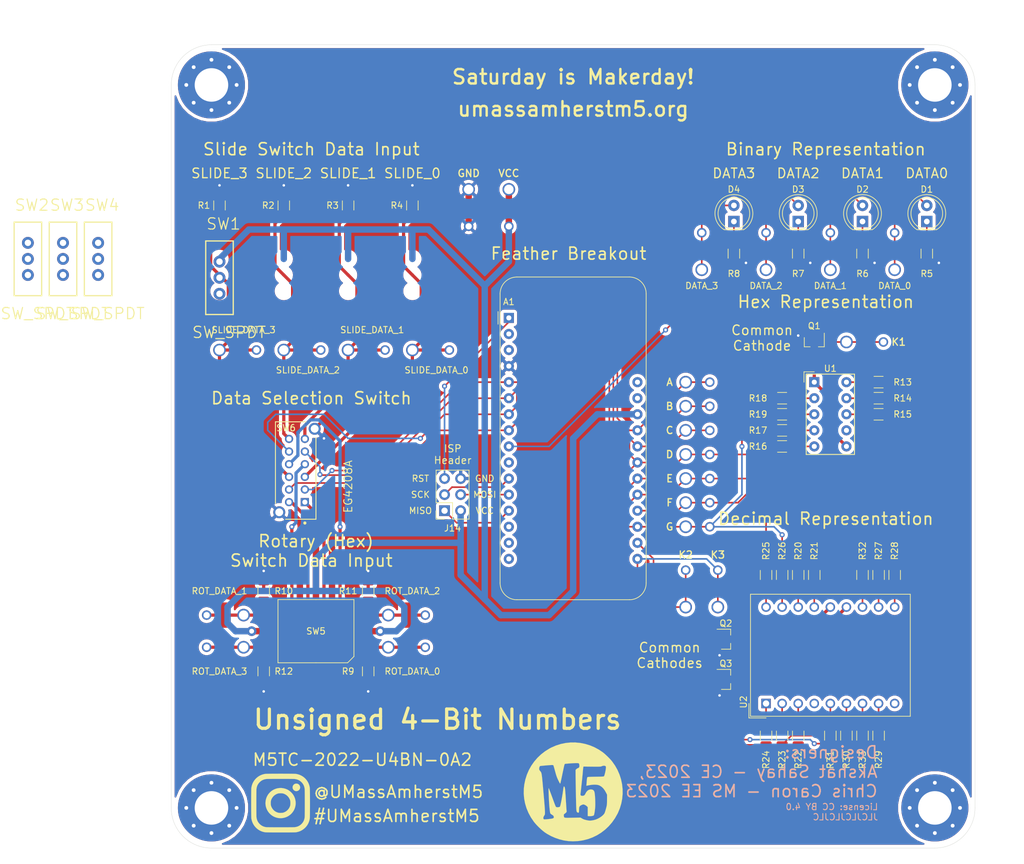
<source format=kicad_pcb>
(kicad_pcb (version 20171130) (host pcbnew "(5.1.10)-1")
  (layers (0 F.Cu signal) (31 B.Cu signal) (34 B.Paste user) (35 F.Paste user) (36 B.SilkS user) (37 F.SilkS user) (38 B.Mask user) (39 F.Mask user) (44 Edge.Cuts user))
  (net 0 "")
  (net 1 "Net-(A1-Pad16)")
  (net 2 "Net-(A1-Pad15)")
  (net 3 "Net-(A1-Pad14)")
  (net 4 K3)
  (net 5 K2)
  (net 6 K1)
  (net 7 "Net-(A1-Pad10)")
  (net 8 DATA_0)
  (net 9 DATA_1)
  (net 10 DATA_2)
  (net 11 DATA_3)
  (net 12 GND)
  (net 13 "Net-(A1-Pad3)")
  (net 14 "Net-(A1-Pad2)")
  (net 15 "Net-(A1-Pad28)")
  (net 16 "Net-(A1-Pad27)")
  (net 17 G)
  (net 18 F)
  (net 19 E)
  (net 20 D)
  (net 21 C)
  (net 22 B)
  (net 23 A)
  (net 24 "Net-(D1-Pad1)")
  (net 25 "Net-(D2-Pad1)")
  (net 26 "Net-(D3-Pad1)")
  (net 27 "Net-(D4-Pad1)")
  (net 28 VCC)
  (net 29 SLIDE_DATA_0)
  (net 30 SLIDE_DATA_1)
  (net 31 SLIDE_DATA_2)
  (net 32 SLIDE_DATA_3)
  (net 33 ROT_DATA_0)
  (net 34 ROT_DATA_1)
  (net 35 ROT_DATA_2)
  (net 36 ROT_DATA_3)
  (net 37 MISO)
  (net 38 SCK)
  (net 39 MOSI)
  (net 40 RST)
  (net 41 "Net-(Q1-Pad3)")
  (net 42 "Net-(Q2-Pad3)")
  (net 43 "Net-(Q3-Pad3)")
  (net 44 "Net-(R13-Pad1)")
  (net 45 "Net-(R14-Pad1)")
  (net 46 "Net-(R15-Pad1)")
  (net 47 "Net-(R16-Pad1)")
  (net 48 "Net-(R17-Pad1)")
  (net 49 "Net-(R18-Pad1)")
  (net 50 "Net-(R19-Pad1)")
  (net 51 "Net-(R20-Pad1)")
  (net 52 "Net-(R21-Pad1)")
  (net 53 "Net-(R22-Pad1)")
  (net 54 "Net-(R23-Pad1)")
  (net 55 "Net-(R24-Pad1)")
  (net 56 "Net-(R25-Pad1)")
  (net 57 "Net-(R26-Pad1)")
  (net 58 "Net-(R27-Pad2)")
  (net 59 "Net-(R28-Pad2)")
  (net 60 "Net-(R29-Pad2)")
  (net 61 "Net-(R30-Pad2)")
  (net 62 "Net-(R31-Pad2)")
  (net 63 "Net-(R32-Pad2)")
  (net 64 "Net-(R33-Pad2)")
  (net 65 "Net-(U1-Pad7)")
  (net 66 "Net-(U2-Pad4)")
  (net 67 "Net-(U2-Pad9)")
  (net 68 "Net-(SW1-Pad3)")
  (net 69 "Net-(SW2-Pad3)")
  (net 70 "Net-(SW3-Pad3)")
  (net 71 "Net-(SW4-Pad3)")
  (module Module_Feather:Adafruit_Feather (layer F.Cu) (at 205.74 144.78)
    (fp_text reference A1 (at 0 -2.54) (layer F.SilkS))
    (fp_text value "Feather 328P")
    (pad 16 thru_hole circle (at 0 38.1 180) (size 1.6 1.6) (drill 0.8) (layers *.Cu *.Mask) (net 1 "Net-(A1-Pad16)"))
    (pad 15 thru_hole circle (at 0 35.56 180) (size 1.6 1.6) (drill 0.8) (layers *.Cu *.Mask) (net 2 "Net-(A1-Pad15)"))
    (pad 14 thru_hole circle (at 0 33.02 180) (size 1.6 1.6) (drill 0.8) (layers *.Cu *.Mask) (net 3 "Net-(A1-Pad14)"))
    (pad 13 thru_hole circle (at 0 30.48 180) (size 1.6 1.6) (drill 0.8) (layers *.Cu *.Mask) (net 37 MISO))
    (pad 12 thru_hole circle (at 0 27.94 180) (size 1.6 1.6) (drill 0.8) (layers *.Cu *.Mask) (net 39 MOSI))
    (pad 11 thru_hole circle (at 0 25.4 180) (size 1.6 1.6) (drill 0.8) (layers *.Cu *.Mask) (net 38 SCK))
    (pad 10 thru_hole circle (at 0 22.86 180) (size 1.6 1.6) (drill 0.8) (layers *.Cu *.Mask) (net 7 "Net-(A1-Pad10)"))
    (pad 9 thru_hole circle (at 0 20.32 180) (size 1.6 1.6) (drill 0.8) (layers *.Cu *.Mask) (net 6 K1))
    (pad 8 thru_hole circle (at 0 17.78 180) (size 1.6 1.6) (drill 0.8) (layers *.Cu *.Mask) (net 11 DATA_3))
    (pad 7 thru_hole circle (at 0 15.24 180) (size 1.6 1.6) (drill 0.8) (layers *.Cu *.Mask) (net 10 DATA_2))
    (pad 6 thru_hole circle (at 0 12.7 180) (size 1.6 1.6) (drill 0.8) (layers *.Cu *.Mask) (net 9 DATA_1))
    (pad 5 thru_hole circle (at 0 10.16 180) (size 1.6 1.6) (drill 0.8) (layers *.Cu *.Mask) (net 8 DATA_0))
    (pad 4 thru_hole circle (at 0 7.62 180) (size 1.6 1.6) (drill 0.8) (layers *.Cu *.Mask) (net 12 GND))
    (pad 3 thru_hole circle (at 0 5.08 180) (size 1.6 1.6) (drill 0.8) (layers *.Cu *.Mask) (net 13 "Net-(A1-Pad3)"))
    (pad 2 thru_hole circle (at 0 2.54 180) (size 1.6 1.6) (drill 0.8) (layers *.Cu *.Mask) (net 14 "Net-(A1-Pad2)"))
    (pad 1 thru_hole rect (at 0 0 180) (size 1.6 1.6) (drill 0.8) (layers *.Cu *.Mask) (net 40 RST))
    (pad 28 thru_hole circle (at 20.32 10.16 180) (size 1.6 1.6) (drill 0.8) (layers *.Cu *.Mask) (net 15 "Net-(A1-Pad28)"))
    (pad 27 thru_hole circle (at 20.32 12.7 180) (size 1.6 1.6) (drill 0.8) (layers *.Cu *.Mask) (net 16 "Net-(A1-Pad27)"))
    (pad 26 thru_hole circle (at 20.32 15.24 180) (size 1.6 1.6) (drill 0.8) (layers *.Cu *.Mask) (net 28 VCC))
    (pad 25 thru_hole circle (at 20.32 17.78 180) (size 1.6 1.6) (drill 0.8) (layers *.Cu *.Mask) (net 23 A))
    (pad 24 thru_hole circle (at 20.32 20.32 180) (size 1.6 1.6) (drill 0.8) (layers *.Cu *.Mask) (net 22 B))
    (pad 23 thru_hole circle (at 20.32 22.86 180) (size 1.6 1.6) (drill 0.8) (layers *.Cu *.Mask) (net 21 C))
    (pad 22 thru_hole circle (at 20.32 25.4 180) (size 1.6 1.6) (drill 0.8) (layers *.Cu *.Mask) (net 20 D))
    (pad 21 thru_hole circle (at 20.32 27.94 180) (size 1.6 1.6) (drill 0.8) (layers *.Cu *.Mask) (net 19 E))
    (pad 20 thru_hole circle (at 20.32 30.48 180) (size 1.6 1.6) (drill 0.8) (layers *.Cu *.Mask) (net 18 F))
    (pad 19 thru_hole circle (at 20.32 33.02 180) (size 1.6 1.6) (drill 0.8) (layers *.Cu *.Mask) (net 17 G))
    (pad 18 thru_hole circle (at 20.32 35.56 180) (size 1.6 1.6) (drill 0.8) (layers *.Cu *.Mask) (net 5 K2))
    (pad 17 thru_hole circle (at 20.32 38.1 180) (size 1.6 1.6) (drill 0.8) (layers *.Cu *.Mask) (net 4 K3))
  )
  (module Figures:Instagram_logo (layer F.Cu) (at 169.672 221.488)
    (fp_text reference G*** hide)
    (fp_text value LOGO hide)
  )
  (module Figures:M5_logo (layer F.Cu) (at 215.9 219.71)
    (fp_text reference G*** hide)
    (fp_text value LOGO hide)
  )
  (module MountingHole:MountingHole_5.3mm_M5_Pad_Via (layer F.Cu) (at 158.75 107.95)
    (fp_text reference H4)
    (fp_text value M)
    (pad 1 thru_hole circle (at 0 0) (size 10.6 10.6) (drill 5.3) (layers *.Cu *.Mask))
    (pad 1 thru_hole circle (at 3.975 0) (size 0.9 0.9) (drill 0.6) (layers *.Cu *.Mask))
    (pad 1 thru_hole circle (at 2.810749 2.810749) (size 0.9 0.9) (drill 0.6) (layers *.Cu *.Mask))
    (pad 1 thru_hole circle (at 0 3.975) (size 0.9 0.9) (drill 0.6) (layers *.Cu *.Mask))
    (pad 1 thru_hole circle (at -2.810749 2.810749) (size 0.9 0.9) (drill 0.6) (layers *.Cu *.Mask))
    (pad 1 thru_hole circle (at -3.975 0) (size 0.9 0.9) (drill 0.6) (layers *.Cu *.Mask))
    (pad 1 thru_hole circle (at -2.810749 -2.810749) (size 0.9 0.9) (drill 0.6) (layers *.Cu *.Mask))
    (pad 1 thru_hole circle (at 0 -3.975) (size 0.9 0.9) (drill 0.6) (layers *.Cu *.Mask))
    (pad 1 thru_hole circle (at 2.810749 -2.810749) (size 0.9 0.9) (drill 0.6) (layers *.Cu *.Mask))
  )
  (module Resistor_SMD:R_1206_3216Metric (layer F.Cu) (at 160.02 127 90)
    (fp_text reference R1 (at 0 -2.455 180) (layer F.SilkS))
    (fp_text value 10K)
    (pad 2 smd roundrect (at 1.4625 0 90) (size 1.125 1.75) (layers F.Cu F.Paste F.Mask) (roundrect_rratio 0.222222) (net 12 GND))
    (pad 1 smd roundrect (at -1.4625 0 90) (size 1.125 1.75) (layers F.Cu F.Paste F.Mask) (roundrect_rratio 0.222222) (net 32 SLIDE_DATA_3))
  )
  (module Resistor_SMD:R_1206_3216Metric (layer F.Cu) (at 170.18 127 90)
    (fp_text reference R2 (at 0 -2.455 180) (layer F.SilkS))
    (fp_text value 10K)
    (pad 1 smd roundrect (at -1.4625 0 90) (size 1.125 1.75) (layers F.Cu F.Paste F.Mask) (roundrect_rratio 0.222222) (net 31 SLIDE_DATA_2))
    (pad 2 smd roundrect (at 1.4625 0 90) (size 1.125 1.75) (layers F.Cu F.Paste F.Mask) (roundrect_rratio 0.222222) (net 12 GND))
  )
  (module Resistor_SMD:R_1206_3216Metric (layer F.Cu) (at 180.34 127 90)
    (fp_text reference R3 (at 0 -2.455 180) (layer F.SilkS))
    (fp_text value 10K)
    (pad 2 smd roundrect (at 1.4625 0 90) (size 1.125 1.75) (layers F.Cu F.Paste F.Mask) (roundrect_rratio 0.222222) (net 12 GND))
    (pad 1 smd roundrect (at -1.4625 0 90) (size 1.125 1.75) (layers F.Cu F.Paste F.Mask) (roundrect_rratio 0.222222) (net 30 SLIDE_DATA_1))
  )
  (module Resistor_SMD:R_1206_3216Metric (layer F.Cu) (at 190.5 127 90)
    (fp_text reference R4 (at 0 -2.455 180) (layer F.SilkS))
    (fp_text value 10K)
    (pad 1 smd roundrect (at -1.4625 0 90) (size 1.125 1.75) (layers F.Cu F.Paste F.Mask) (roundrect_rratio 0.222222) (net 29 SLIDE_DATA_0))
    (pad 2 smd roundrect (at 1.4625 0 90) (size 1.125 1.75) (layers F.Cu F.Paste F.Mask) (roundrect_rratio 0.222222) (net 12 GND))
  )
  (module Resistor_SMD:R_1206_3216Metric (layer F.Cu) (at 271.78 134.62 270)
    (fp_text reference R5 (at 3.175 0 180) (layer F.SilkS))
    (fp_text value 330)
    (pad 2 smd roundrect (at 1.4625 0 270) (size 1.125 1.75) (layers F.Cu F.Paste F.Mask) (roundrect_rratio 0.222222) (net 12 GND))
    (pad 1 smd roundrect (at -1.4625 0 270) (size 1.125 1.75) (layers F.Cu F.Paste F.Mask) (roundrect_rratio 0.222222) (net 24 "Net-(D1-Pad1)"))
  )
  (module Resistor_SMD:R_1206_3216Metric (layer F.Cu) (at 261.62 134.62 270)
    (fp_text reference R6 (at 3.175 0 180) (layer F.SilkS))
    (fp_text value 330)
    (pad 1 smd roundrect (at -1.4625 0 270) (size 1.125 1.75) (layers F.Cu F.Paste F.Mask) (roundrect_rratio 0.222222) (net 25 "Net-(D2-Pad1)"))
    (pad 2 smd roundrect (at 1.4625 0 270) (size 1.125 1.75) (layers F.Cu F.Paste F.Mask) (roundrect_rratio 0.222222) (net 12 GND))
  )
  (module Resistor_SMD:R_1206_3216Metric (layer F.Cu) (at 251.46 134.62 270)
    (fp_text reference R7 (at 3.175 0 180) (layer F.SilkS))
    (fp_text value 330)
    (pad 1 smd roundrect (at -1.4625 0 270) (size 1.125 1.75) (layers F.Cu F.Paste F.Mask) (roundrect_rratio 0.222222) (net 26 "Net-(D3-Pad1)"))
    (pad 2 smd roundrect (at 1.4625 0 270) (size 1.125 1.75) (layers F.Cu F.Paste F.Mask) (roundrect_rratio 0.222222) (net 12 GND))
  )
  (module Resistor_SMD:R_1206_3216Metric (layer F.Cu) (at 241.3 134.62 270)
    (fp_text reference R8 (at 3.175 0 180) (layer F.SilkS))
    (fp_text value 330)
    (pad 2 smd roundrect (at 1.4625 0 270) (size 1.125 1.75) (layers F.Cu F.Paste F.Mask) (roundrect_rratio 0.222222) (net 12 GND))
    (pad 1 smd roundrect (at -1.4625 0 270) (size 1.125 1.75) (layers F.Cu F.Paste F.Mask) (roundrect_rratio 0.222222) (net 27 "Net-(D4-Pad1)"))
  )
  (module Resistor_SMD:R_1206_3216Metric (layer F.Cu) (at 183.515 200.66 90)
    (fp_text reference R9 (at 0 -3.175 180) (layer F.SilkS))
    (fp_text value 10K)
    (pad 2 smd roundrect (at 1.4625 0 90) (size 1.125 1.75) (layers F.Cu F.Paste F.Mask) (roundrect_rratio 0.222222) (net 33 ROT_DATA_0))
    (pad 1 smd roundrect (at -1.4625 0 90) (size 1.125 1.75) (layers F.Cu F.Paste F.Mask) (roundrect_rratio 0.222222) (net 12 GND))
  )
  (module Resistor_SMD:R_1206_3216Metric (layer F.Cu) (at 167.005 187.96 270)
    (fp_text reference R10 (at 0 -3.175 180) (layer F.SilkS))
    (fp_text value 10K)
    (pad 1 smd roundrect (at -1.4625 0 270) (size 1.125 1.75) (layers F.Cu F.Paste F.Mask) (roundrect_rratio 0.222222) (net 12 GND))
    (pad 2 smd roundrect (at 1.4625 0 270) (size 1.125 1.75) (layers F.Cu F.Paste F.Mask) (roundrect_rratio 0.222222) (net 34 ROT_DATA_1))
  )
  (module Resistor_SMD:R_1206_3216Metric (layer F.Cu) (at 183.515 187.96 90)
    (fp_text reference R11 (at 0 -3.175 180) (layer F.SilkS))
    (fp_text value 10K)
    (pad 2 smd roundrect (at 1.4625 0 90) (size 1.125 1.75) (layers F.Cu F.Paste F.Mask) (roundrect_rratio 0.222222) (net 12 GND))
    (pad 1 smd roundrect (at -1.4625 0 90) (size 1.125 1.75) (layers F.Cu F.Paste F.Mask) (roundrect_rratio 0.222222) (net 35 ROT_DATA_2))
  )
  (module Resistor_SMD:R_1206_3216Metric (layer F.Cu) (at 167.005 200.66 90)
    (fp_text reference R12 (at 0 3.175 180) (layer F.SilkS))
    (fp_text value 10K)
    (pad 1 smd roundrect (at -1.4625 0 90) (size 1.125 1.75) (layers F.Cu F.Paste F.Mask) (roundrect_rratio 0.222222) (net 12 GND))
    (pad 2 smd roundrect (at 1.4625 0 90) (size 1.125 1.75) (layers F.Cu F.Paste F.Mask) (roundrect_rratio 0.222222) (net 36 ROT_DATA_3))
  )
  (module MountingHole:MountingHole_5.3mm_M5_Pad_Via (layer F.Cu) (at 273.05 222.25)
    (fp_text reference H1)
    (fp_text value M)
    (pad 1 thru_hole circle (at 0 0) (size 10.6 10.6) (drill 5.3) (layers *.Cu *.Mask))
    (pad 1 thru_hole circle (at 3.975 0) (size 0.9 0.9) (drill 0.6) (layers *.Cu *.Mask))
    (pad 1 thru_hole circle (at 2.810749 2.810749) (size 0.9 0.9) (drill 0.6) (layers *.Cu *.Mask))
    (pad 1 thru_hole circle (at 0 3.975) (size 0.9 0.9) (drill 0.6) (layers *.Cu *.Mask))
    (pad 1 thru_hole circle (at -2.810749 2.810749) (size 0.9 0.9) (drill 0.6) (layers *.Cu *.Mask))
    (pad 1 thru_hole circle (at -3.975 0) (size 0.9 0.9) (drill 0.6) (layers *.Cu *.Mask))
    (pad 1 thru_hole circle (at -2.810749 -2.810749) (size 0.9 0.9) (drill 0.6) (layers *.Cu *.Mask))
    (pad 1 thru_hole circle (at 0 -3.975) (size 0.9 0.9) (drill 0.6) (layers *.Cu *.Mask))
    (pad 1 thru_hole circle (at 2.810749 -2.810749) (size 0.9 0.9) (drill 0.6) (layers *.Cu *.Mask))
  )
  (module MountingHole:MountingHole_5.3mm_M5_Pad_Via (layer F.Cu) (at 273.05 107.95)
    (fp_text reference H2)
    (fp_text value M)
    (pad 1 thru_hole circle (at 2.810749 -2.810749) (size 0.9 0.9) (drill 0.6) (layers *.Cu *.Mask))
    (pad 1 thru_hole circle (at 0 -3.975) (size 0.9 0.9) (drill 0.6) (layers *.Cu *.Mask))
    (pad 1 thru_hole circle (at -2.810749 -2.810749) (size 0.9 0.9) (drill 0.6) (layers *.Cu *.Mask))
    (pad 1 thru_hole circle (at -3.975 0) (size 0.9 0.9) (drill 0.6) (layers *.Cu *.Mask))
    (pad 1 thru_hole circle (at -2.810749 2.810749) (size 0.9 0.9) (drill 0.6) (layers *.Cu *.Mask))
    (pad 1 thru_hole circle (at 0 3.975) (size 0.9 0.9) (drill 0.6) (layers *.Cu *.Mask))
    (pad 1 thru_hole circle (at 2.810749 2.810749) (size 0.9 0.9) (drill 0.6) (layers *.Cu *.Mask))
    (pad 1 thru_hole circle (at 3.975 0) (size 0.9 0.9) (drill 0.6) (layers *.Cu *.Mask))
    (pad 1 thru_hole circle (at 0 0) (size 10.6 10.6) (drill 5.3) (layers *.Cu *.Mask))
  )
  (module MountingHole:MountingHole_5.3mm_M5_Pad_Via (layer F.Cu) (at 158.75 222.25)
    (fp_text reference H3)
    (fp_text value M)
    (pad 1 thru_hole circle (at 2.810749 -2.810749) (size 0.9 0.9) (drill 0.6) (layers *.Cu *.Mask))
    (pad 1 thru_hole circle (at 0 -3.975) (size 0.9 0.9) (drill 0.6) (layers *.Cu *.Mask))
    (pad 1 thru_hole circle (at -2.810749 -2.810749) (size 0.9 0.9) (drill 0.6) (layers *.Cu *.Mask))
    (pad 1 thru_hole circle (at -3.975 0) (size 0.9 0.9) (drill 0.6) (layers *.Cu *.Mask))
    (pad 1 thru_hole circle (at -2.810749 2.810749) (size 0.9 0.9) (drill 0.6) (layers *.Cu *.Mask))
    (pad 1 thru_hole circle (at 0 3.975) (size 0.9 0.9) (drill 0.6) (layers *.Cu *.Mask))
    (pad 1 thru_hole circle (at 2.810749 2.810749) (size 0.9 0.9) (drill 0.6) (layers *.Cu *.Mask))
    (pad 1 thru_hole circle (at 3.975 0) (size 0.9 0.9) (drill 0.6) (layers *.Cu *.Mask))
    (pad 1 thru_hole circle (at 0 0) (size 10.6 10.6) (drill 5.3) (layers *.Cu *.Mask))
  )
  (module Rotary_Hex_SOIC:Rotary_Hex_6_SOIC (layer F.Cu) (at 175.26 194.31 90)
    (fp_text reference SW5 (at 0 0) (layer F.SilkS))
    (fp_text value SW_Coded_SH-7050)
    (pad 8 smd rect (at -2.54 -7.3 90) (size 1.2 2.6) (layers F.Cu F.Paste F.Mask) (net 36 ROT_DATA_3))
    (pad 1 smd rect (at -2.54 7.3 90) (size 1.2 2.6) (layers F.Cu F.Paste F.Mask) (net 33 ROT_DATA_0))
    (pad C smd rect (at 0 -7.3 90) (size 1.2 2.6) (layers F.Cu F.Paste F.Mask) (net 28 VCC))
    (pad C smd rect (at 0 7.3 90) (size 1.2 2.6) (layers F.Cu F.Paste F.Mask) (net 28 VCC))
    (pad 2 smd rect (at 2.54 -7.3 90) (size 1.2 2.6) (layers F.Cu F.Paste F.Mask) (net 34 ROT_DATA_1))
    (pad 4 smd rect (at 2.54 7.3 90) (size 1.2 2.6) (layers F.Cu F.Paste F.Mask) (net 35 ROT_DATA_2))
  )
  (module Connector_PinSocket_2.54mm:PinSocket_2x03_P2.54mm_Vertical (layer F.Cu) (at 195.58 175.26 180)
    (fp_text reference J14 (at -1.27 -2.77) (layer F.SilkS))
    (fp_text value ISP)
    (pad 1 thru_hole rect (at 0 0 180) (size 1.7 1.7) (drill 1) (layers *.Cu *.Mask) (net 37 MISO))
    (pad 2 thru_hole oval (at -2.54 0 180) (size 1.7 1.7) (drill 1) (layers *.Cu *.Mask) (net 28 VCC))
    (pad 3 thru_hole oval (at 0 2.54 180) (size 1.7 1.7) (drill 1) (layers *.Cu *.Mask) (net 38 SCK))
    (pad 4 thru_hole oval (at -2.54 2.54 180) (size 1.7 1.7) (drill 1) (layers *.Cu *.Mask) (net 39 MOSI))
    (pad 5 thru_hole oval (at 0 5.08 180) (size 1.7 1.7) (drill 1) (layers *.Cu *.Mask) (net 40 RST))
    (pad 6 thru_hole oval (at -2.54 5.08 180) (size 1.7 1.7) (drill 1) (layers *.Cu *.Mask) (net 12 GND))
  )
  (module Package_TO_SOT_SMD:SOT-23 (layer F.Cu) (at 254 148.59 270)
    (fp_text reference Q1 (at -2.54 0 180) (layer F.SilkS))
    (fp_text value 2N7002)
    (pad 1 smd rect (at -1 -0.95 270) (size 0.9 0.8) (layers F.Cu F.Paste F.Mask) (net 6 K1))
    (pad 2 smd rect (at -1 0.95 270) (size 0.9 0.8) (layers F.Cu F.Paste F.Mask) (net 12 GND))
    (pad 3 smd rect (at 1 0 270) (size 0.9 0.8) (layers F.Cu F.Paste F.Mask) (net 41 "Net-(Q1-Pad3)"))
  )
  (module Package_TO_SOT_SMD:SOT-23 (layer F.Cu) (at 240.03 195.58)
    (fp_text reference Q2 (at 0 -2.5) (layer F.SilkS))
    (fp_text value 2N7002)
    (pad 3 smd rect (at 1 0) (size 0.9 0.8) (layers F.Cu F.Paste F.Mask) (net 42 "Net-(Q2-Pad3)"))
    (pad 2 smd rect (at -1 0.95) (size 0.9 0.8) (layers F.Cu F.Paste F.Mask) (net 12 GND))
    (pad 1 smd rect (at -1 -0.95) (size 0.9 0.8) (layers F.Cu F.Paste F.Mask) (net 5 K2))
  )
  (module Package_TO_SOT_SMD:SOT-23 (layer F.Cu) (at 240.03 201.93)
    (fp_text reference Q3 (at 0 -2.5) (layer F.SilkS))
    (fp_text value 2N7002)
    (pad 1 smd rect (at -1 -0.95) (size 0.9 0.8) (layers F.Cu F.Paste F.Mask) (net 4 K3))
    (pad 2 smd rect (at -1 0.95) (size 0.9 0.8) (layers F.Cu F.Paste F.Mask) (net 12 GND))
    (pad 3 smd rect (at 1 0) (size 0.9 0.8) (layers F.Cu F.Paste F.Mask) (net 43 "Net-(Q3-Pad3)"))
  )
  (module Resistor_SMD:R_1206_3216Metric (layer F.Cu) (at 264.16 154.94)
    (fp_text reference R13 (at 3.81 0) (layer F.SilkS))
    (fp_text value 330)
    (pad 1 smd roundrect (at -1.4625 0) (size 1.125 1.75) (layers F.Cu F.Paste F.Mask) (roundrect_rratio 0.222222) (net 44 "Net-(R13-Pad1)"))
    (pad 2 smd roundrect (at 1.4625 0) (size 1.125 1.75) (layers F.Cu F.Paste F.Mask) (roundrect_rratio 0.222222) (net 23 A))
  )
  (module Resistor_SMD:R_1206_3216Metric (layer F.Cu) (at 264.16 157.48)
    (fp_text reference R14 (at 3.81 0) (layer F.SilkS))
    (fp_text value 330)
    (pad 2 smd roundrect (at 1.4625 0) (size 1.125 1.75) (layers F.Cu F.Paste F.Mask) (roundrect_rratio 0.222222) (net 22 B))
    (pad 1 smd roundrect (at -1.4625 0) (size 1.125 1.75) (layers F.Cu F.Paste F.Mask) (roundrect_rratio 0.222222) (net 45 "Net-(R14-Pad1)"))
  )
  (module Resistor_SMD:R_1206_3216Metric (layer F.Cu) (at 264.16 160.02)
    (fp_text reference R15 (at 3.81 0) (layer F.SilkS))
    (fp_text value 330)
    (pad 2 smd roundrect (at 1.4625 0) (size 1.125 1.75) (layers F.Cu F.Paste F.Mask) (roundrect_rratio 0.222222) (net 21 C))
    (pad 1 smd roundrect (at -1.4625 0) (size 1.125 1.75) (layers F.Cu F.Paste F.Mask) (roundrect_rratio 0.222222) (net 46 "Net-(R15-Pad1)"))
  )
  (module Resistor_SMD:R_1206_3216Metric (layer F.Cu) (at 248.92 165.1 180)
    (fp_text reference R16 (at 3.81 0) (layer F.SilkS))
    (fp_text value 330)
    (pad 1 smd roundrect (at -1.4625 0 180) (size 1.125 1.75) (layers F.Cu F.Paste F.Mask) (roundrect_rratio 0.222222) (net 47 "Net-(R16-Pad1)"))
    (pad 2 smd roundrect (at 1.4625 0 180) (size 1.125 1.75) (layers F.Cu F.Paste F.Mask) (roundrect_rratio 0.222222) (net 20 D))
  )
  (module Resistor_SMD:R_1206_3216Metric (layer F.Cu) (at 248.92 162.56 180)
    (fp_text reference R17 (at 3.81 0) (layer F.SilkS))
    (fp_text value 330)
    (pad 2 smd roundrect (at 1.4625 0 180) (size 1.125 1.75) (layers F.Cu F.Paste F.Mask) (roundrect_rratio 0.222222) (net 19 E))
    (pad 1 smd roundrect (at -1.4625 0 180) (size 1.125 1.75) (layers F.Cu F.Paste F.Mask) (roundrect_rratio 0.222222) (net 48 "Net-(R17-Pad1)"))
  )
  (module Resistor_SMD:R_1206_3216Metric (layer F.Cu) (at 248.92 157.48 180)
    (fp_text reference R18 (at 3.81 0) (layer F.SilkS))
    (fp_text value 330)
    (pad 1 smd roundrect (at -1.4625 0 180) (size 1.125 1.75) (layers F.Cu F.Paste F.Mask) (roundrect_rratio 0.222222) (net 49 "Net-(R18-Pad1)"))
    (pad 2 smd roundrect (at 1.4625 0 180) (size 1.125 1.75) (layers F.Cu F.Paste F.Mask) (roundrect_rratio 0.222222) (net 18 F))
  )
  (module Resistor_SMD:R_1206_3216Metric (layer F.Cu) (at 248.92 160.02 180)
    (fp_text reference R19 (at 3.81 0) (layer F.SilkS))
    (fp_text value 330)
    (pad 2 smd roundrect (at 1.4625 0 180) (size 1.125 1.75) (layers F.Cu F.Paste F.Mask) (roundrect_rratio 0.222222) (net 17 G))
    (pad 1 smd roundrect (at -1.4625 0 180) (size 1.125 1.75) (layers F.Cu F.Paste F.Mask) (roundrect_rratio 0.222222) (net 50 "Net-(R19-Pad1)"))
  )
  (module Resistor_SMD:R_1206_3216Metric (layer F.Cu) (at 251.46 185.42 90)
    (fp_text reference R20 (at 3.81 0 270) (layer F.SilkS))
    (fp_text value 330)
    (pad 1 smd roundrect (at -1.4625 0 90) (size 1.125 1.75) (layers F.Cu F.Paste F.Mask) (roundrect_rratio 0.222222) (net 51 "Net-(R20-Pad1)"))
    (pad 2 smd roundrect (at 1.4625 0 90) (size 1.125 1.75) (layers F.Cu F.Paste F.Mask) (roundrect_rratio 0.222222) (net 23 A))
  )
  (module Resistor_SMD:R_1206_3216Metric (layer F.Cu) (at 254 185.42 90)
    (fp_text reference R21 (at 3.81 0 270) (layer F.SilkS))
    (fp_text value 330)
    (pad 2 smd roundrect (at 1.4625 0 90) (size 1.125 1.75) (layers F.Cu F.Paste F.Mask) (roundrect_rratio 0.222222) (net 22 B))
    (pad 1 smd roundrect (at -1.4625 0 90) (size 1.125 1.75) (layers F.Cu F.Paste F.Mask) (roundrect_rratio 0.222222) (net 52 "Net-(R21-Pad1)"))
  )
  (module Resistor_SMD:R_1206_3216Metric (layer F.Cu) (at 251.46 210.82 270)
    (fp_text reference R22 (at 3.81 0 90) (layer F.SilkS))
    (fp_text value 330)
    (pad 1 smd roundrect (at -1.4625 0 270) (size 1.125 1.75) (layers F.Cu F.Paste F.Mask) (roundrect_rratio 0.222222) (net 53 "Net-(R22-Pad1)"))
    (pad 2 smd roundrect (at 1.4625 0 270) (size 1.125 1.75) (layers F.Cu F.Paste F.Mask) (roundrect_rratio 0.222222) (net 21 C))
  )
  (module Resistor_SMD:R_1206_3216Metric (layer F.Cu) (at 248.92 210.82 270)
    (fp_text reference R23 (at 3.81 0 90) (layer F.SilkS))
    (fp_text value 330)
    (pad 2 smd roundrect (at 1.4625 0 270) (size 1.125 1.75) (layers F.Cu F.Paste F.Mask) (roundrect_rratio 0.222222) (net 20 D))
    (pad 1 smd roundrect (at -1.4625 0 270) (size 1.125 1.75) (layers F.Cu F.Paste F.Mask) (roundrect_rratio 0.222222) (net 54 "Net-(R23-Pad1)"))
  )
  (module Resistor_SMD:R_1206_3216Metric (layer F.Cu) (at 246.38 210.82 270)
    (fp_text reference R24 (at 3.81 0 90) (layer F.SilkS))
    (fp_text value 330)
    (pad 1 smd roundrect (at -1.4625 0 270) (size 1.125 1.75) (layers F.Cu F.Paste F.Mask) (roundrect_rratio 0.222222) (net 55 "Net-(R24-Pad1)"))
    (pad 2 smd roundrect (at 1.4625 0 270) (size 1.125 1.75) (layers F.Cu F.Paste F.Mask) (roundrect_rratio 0.222222) (net 19 E))
  )
  (module Resistor_SMD:R_1206_3216Metric (layer F.Cu) (at 246.38 185.42 90)
    (fp_text reference R25 (at 3.81 0 90) (layer F.SilkS))
    (fp_text value 330)
    (pad 2 smd roundrect (at 1.4625 0 90) (size 1.125 1.75) (layers F.Cu F.Paste F.Mask) (roundrect_rratio 0.222222) (net 18 F))
    (pad 1 smd roundrect (at -1.4625 0 90) (size 1.125 1.75) (layers F.Cu F.Paste F.Mask) (roundrect_rratio 0.222222) (net 56 "Net-(R25-Pad1)"))
  )
  (module Resistor_SMD:R_1206_3216Metric (layer F.Cu) (at 248.92 185.42 90)
    (fp_text reference R26 (at 3.81 0 90) (layer F.SilkS))
    (fp_text value 330)
    (pad 1 smd roundrect (at -1.4625 0 90) (size 1.125 1.75) (layers F.Cu F.Paste F.Mask) (roundrect_rratio 0.222222) (net 57 "Net-(R26-Pad1)"))
    (pad 2 smd roundrect (at 1.4625 0 90) (size 1.125 1.75) (layers F.Cu F.Paste F.Mask) (roundrect_rratio 0.222222) (net 17 G))
  )
  (module Resistor_SMD:R_1206_3216Metric (layer F.Cu) (at 264.16 185.42 270)
    (fp_text reference R27 (at -3.81 0 90) (layer F.SilkS))
    (fp_text value 330)
    (pad 2 smd roundrect (at 1.4625 0 270) (size 1.125 1.75) (layers F.Cu F.Paste F.Mask) (roundrect_rratio 0.222222) (net 58 "Net-(R27-Pad2)"))
    (pad 1 smd roundrect (at -1.4625 0 270) (size 1.125 1.75) (layers F.Cu F.Paste F.Mask) (roundrect_rratio 0.222222) (net 23 A))
  )
  (module Resistor_SMD:R_1206_3216Metric (layer F.Cu) (at 266.7 185.42 270)
    (fp_text reference R28 (at -3.81 0 90) (layer F.SilkS))
    (fp_text value 330)
    (pad 1 smd roundrect (at -1.4625 0 270) (size 1.125 1.75) (layers F.Cu F.Paste F.Mask) (roundrect_rratio 0.222222) (net 22 B))
    (pad 2 smd roundrect (at 1.4625 0 270) (size 1.125 1.75) (layers F.Cu F.Paste F.Mask) (roundrect_rratio 0.222222) (net 59 "Net-(R28-Pad2)"))
  )
  (module Resistor_SMD:R_1206_3216Metric (layer F.Cu) (at 264.16 210.82 90)
    (fp_text reference R29 (at -3.81 0 90) (layer F.SilkS))
    (fp_text value 330)
    (pad 2 smd roundrect (at 1.4625 0 90) (size 1.125 1.75) (layers F.Cu F.Paste F.Mask) (roundrect_rratio 0.222222) (net 60 "Net-(R29-Pad2)"))
    (pad 1 smd roundrect (at -1.4625 0 90) (size 1.125 1.75) (layers F.Cu F.Paste F.Mask) (roundrect_rratio 0.222222) (net 21 C))
  )
  (module Resistor_SMD:R_1206_3216Metric (layer F.Cu) (at 259.08 210.82 90)
    (fp_text reference R30 (at -3.81 0 90) (layer F.SilkS))
    (fp_text value 330)
    (pad 1 smd roundrect (at -1.4625 0 90) (size 1.125 1.75) (layers F.Cu F.Paste F.Mask) (roundrect_rratio 0.222222) (net 20 D))
    (pad 2 smd roundrect (at 1.4625 0 90) (size 1.125 1.75) (layers F.Cu F.Paste F.Mask) (roundrect_rratio 0.222222) (net 61 "Net-(R30-Pad2)"))
  )
  (module Resistor_SMD:R_1206_3216Metric (layer F.Cu) (at 256.54 210.82 90)
    (fp_text reference R31 (at -3.81 0 90) (layer F.SilkS))
    (fp_text value 330)
    (pad 2 smd roundrect (at 1.4625 0 90) (size 1.125 1.75) (layers F.Cu F.Paste F.Mask) (roundrect_rratio 0.222222) (net 62 "Net-(R31-Pad2)"))
    (pad 1 smd roundrect (at -1.4625 0 90) (size 1.125 1.75) (layers F.Cu F.Paste F.Mask) (roundrect_rratio 0.222222) (net 19 E))
  )
  (module Resistor_SMD:R_1206_3216Metric (layer F.Cu) (at 261.62 185.42 270)
    (fp_text reference R32 (at -3.81 0 90) (layer F.SilkS))
    (fp_text value 330)
    (pad 1 smd roundrect (at -1.4625 0 270) (size 1.125 1.75) (layers F.Cu F.Paste F.Mask) (roundrect_rratio 0.222222) (net 18 F))
    (pad 2 smd roundrect (at 1.4625 0 270) (size 1.125 1.75) (layers F.Cu F.Paste F.Mask) (roundrect_rratio 0.222222) (net 63 "Net-(R32-Pad2)"))
  )
  (module Resistor_SMD:R_1206_3216Metric (layer F.Cu) (at 261.62 210.82 90)
    (fp_text reference R33 (at -3.81 0 90) (layer F.SilkS))
    (fp_text value 330)
    (pad 1 smd roundrect (at -1.4625 0 90) (size 1.125 1.75) (layers F.Cu F.Paste F.Mask) (roundrect_rratio 0.222222) (net 17 G))
    (pad 2 smd roundrect (at 1.4625 0 90) (size 1.125 1.75) (layers F.Cu F.Paste F.Mask) (roundrect_rratio 0.222222) (net 64 "Net-(R33-Pad2)"))
  )
  (module Display_7Segment:HDSP-A151 (layer F.Cu) (at 254 154.94)
    (fp_text reference U1 (at 2.54 -2.159) (layer F.SilkS))
    (fp_text value Hexadecimal)
    (pad 1 thru_hole rect (at 0 0) (size 1.6 1.6) (drill 0.8) (layers *.Cu *.Mask) (net 41 "Net-(Q1-Pad3)"))
    (pad 2 thru_hole circle (at 0 2.54) (size 1.6 1.6) (drill 0.8) (layers *.Cu *.Mask) (net 49 "Net-(R18-Pad1)"))
    (pad 3 thru_hole circle (at 0 5.08) (size 1.6 1.6) (drill 0.8) (layers *.Cu *.Mask) (net 50 "Net-(R19-Pad1)"))
    (pad 4 thru_hole circle (at 0 7.62) (size 1.6 1.6) (drill 0.8) (layers *.Cu *.Mask) (net 48 "Net-(R17-Pad1)"))
    (pad 5 thru_hole circle (at 0 10.16) (size 1.6 1.6) (drill 0.8) (layers *.Cu *.Mask) (net 47 "Net-(R16-Pad1)"))
    (pad 6 thru_hole circle (at 5.08 10.16) (size 1.6 1.6) (drill 0.8) (layers *.Cu *.Mask) (net 41 "Net-(Q1-Pad3)"))
    (pad 7 thru_hole circle (at 5.08 7.62) (size 1.6 1.6) (drill 0.8) (layers *.Cu *.Mask) (net 65 "Net-(U1-Pad7)"))
    (pad 8 thru_hole circle (at 5.08 5.08) (size 1.6 1.6) (drill 0.8) (layers *.Cu *.Mask) (net 46 "Net-(R15-Pad1)"))
    (pad 9 thru_hole circle (at 5.08 2.54) (size 1.6 1.6) (drill 0.8) (layers *.Cu *.Mask) (net 45 "Net-(R14-Pad1)"))
    (pad 10 thru_hole circle (at 5.08 0) (size 1.6 1.6) (drill 0.8) (layers *.Cu *.Mask) (net 44 "Net-(R13-Pad1)"))
  )
  (module Display_7Segment:DA56-11SURKWA (layer F.Cu) (at 246.38 205.74 90)
    (fp_text reference U2 (at 0.23 -3.55 90) (layer F.SilkS))
    (fp_text value Decimal)
    (pad 1 thru_hole rect (at 0 0 90) (size 1.5 1.5) (drill 1) (layers *.Cu *.Mask) (net 55 "Net-(R24-Pad1)"))
    (pad 2 thru_hole circle (at 0 2.54 90) (size 1.5 1.5) (drill 1) (layers *.Cu *.Mask) (net 54 "Net-(R23-Pad1)"))
    (pad 3 thru_hole circle (at 0 5.08 90) (size 1.5 1.5) (drill 1) (layers *.Cu *.Mask) (net 53 "Net-(R22-Pad1)"))
    (pad 4 thru_hole circle (at 0 7.62 90) (size 1.5 1.5) (drill 1) (layers *.Cu *.Mask) (net 66 "Net-(U2-Pad4)"))
    (pad 5 thru_hole circle (at 0 10.16 90) (size 1.5 1.5) (drill 1) (layers *.Cu *.Mask) (net 62 "Net-(R31-Pad2)"))
    (pad 6 thru_hole circle (at 0 12.7 90) (size 1.5 1.5) (drill 1) (layers *.Cu *.Mask) (net 61 "Net-(R30-Pad2)"))
    (pad 7 thru_hole circle (at 0 15.24 90) (size 1.5 1.5) (drill 1) (layers *.Cu *.Mask) (net 64 "Net-(R33-Pad2)"))
    (pad 8 thru_hole circle (at 0 17.78 90) (size 1.5 1.5) (drill 1) (layers *.Cu *.Mask) (net 60 "Net-(R29-Pad2)"))
    (pad 9 thru_hole circle (at 0 20.32 90) (size 1.5 1.5) (drill 1) (layers *.Cu *.Mask) (net 67 "Net-(U2-Pad9)"))
    (pad 10 thru_hole circle (at 15.24 20.32 90) (size 1.5 1.5) (drill 1) (layers *.Cu *.Mask) (net 59 "Net-(R28-Pad2)"))
    (pad 11 thru_hole circle (at 15.24 17.78 90) (size 1.5 1.5) (drill 1) (layers *.Cu *.Mask) (net 58 "Net-(R27-Pad2)"))
    (pad 12 thru_hole circle (at 15.24 15.24 90) (size 1.5 1.5) (drill 1) (layers *.Cu *.Mask) (net 63 "Net-(R32-Pad2)"))
    (pad 13 thru_hole circle (at 15.24 12.7 90) (size 1.5 1.5) (drill 1) (layers *.Cu *.Mask) (net 43 "Net-(Q3-Pad3)"))
    (pad 14 thru_hole circle (at 15.24 10.16 90) (size 1.5 1.5) (drill 1) (layers *.Cu *.Mask) (net 42 "Net-(Q2-Pad3)"))
    (pad 15 thru_hole circle (at 15.24 7.62 90) (size 1.5 1.5) (drill 1) (layers *.Cu *.Mask) (net 52 "Net-(R21-Pad1)"))
    (pad 16 thru_hole circle (at 15.24 5.08 90) (size 1.5 1.5) (drill 1) (layers *.Cu *.Mask) (net 51 "Net-(R20-Pad1)"))
    (pad 17 thru_hole circle (at 15.24 2.54 90) (size 1.5 1.5) (drill 1) (layers *.Cu *.Mask) (net 57 "Net-(R26-Pad1)"))
    (pad 18 thru_hole circle (at 15.24 0 90) (size 1.5 1.5) (drill 1) (layers *.Cu *.Mask) (net 56 "Net-(R25-Pad1)"))
  )
  (module LED_THT:LED_D5.0mm (layer F.Cu) (at 271.78 129.54 90)
    (fp_text reference D1 (at 5.08 0 180) (layer F.SilkS))
    (fp_text value LED)
    (pad 2 thru_hole circle (at 2.54 0 90) (size 1.8 1.8) (drill 0.9) (layers *.Cu *.Mask) (net 8 DATA_0))
    (pad 1 thru_hole rect (at 0 0 90) (size 1.8 1.8) (drill 0.9) (layers *.Cu *.Mask) (net 24 "Net-(D1-Pad1)"))
  )
  (module LED_THT:LED_D5.0mm (layer F.Cu) (at 261.62 129.54 90)
    (fp_text reference D2 (at 5.08 0 180) (layer F.SilkS))
    (fp_text value LED)
    (pad 1 thru_hole rect (at 0 0 90) (size 1.8 1.8) (drill 0.9) (layers *.Cu *.Mask) (net 25 "Net-(D2-Pad1)"))
    (pad 2 thru_hole circle (at 2.54 0 90) (size 1.8 1.8) (drill 0.9) (layers *.Cu *.Mask) (net 9 DATA_1))
  )
  (module LED_THT:LED_D5.0mm (layer F.Cu) (at 251.46 129.54 90)
    (fp_text reference D3 (at 5.08 0 180) (layer F.SilkS))
    (fp_text value LED)
    (pad 1 thru_hole rect (at 0 0 90) (size 1.8 1.8) (drill 0.9) (layers *.Cu *.Mask) (net 26 "Net-(D3-Pad1)"))
    (pad 2 thru_hole circle (at 2.54 0 90) (size 1.8 1.8) (drill 0.9) (layers *.Cu *.Mask) (net 10 DATA_2))
  )
  (module LED_THT:LED_D5.0mm (layer F.Cu) (at 241.3 129.54 90)
    (fp_text reference D4 (at 5.08 0 180) (layer F.SilkS))
    (fp_text value LED)
    (pad 2 thru_hole circle (at 2.54 0 90) (size 1.8 1.8) (drill 0.9) (layers *.Cu *.Mask) (net 11 DATA_3))
    (pad 1 thru_hole rect (at 0 0 90) (size 1.8 1.8) (drill 0.9) (layers *.Cu *.Mask) (net 27 "Net-(D4-Pad1)"))
  )
  (module 4PDT_Footprint:E-Switch-EG4208A-0-0-MFG (layer F.Cu) (at 175.26 168.91 90)
    (fp_text reference SW6 (at 6.731 -6.35 180) (layer F.SilkS) (effects (justify left)))
    (fp_text value EG4208A (at -2.54 5.08 270) (layer F.SilkS) (effects (font (size 1.27 1.27))))
    (pad 1 thru_hole rect (at -5 -1.75 90) (size 1.3 1.3) (drill 0.8) (layers *.Cu *.Mask) (net 33 ROT_DATA_0))
    (pad 2 thru_hole circle (at -3 -1.75 90) (size 1.3 1.3) (drill 0.8) (layers *.Cu *.Mask) (net 8 DATA_0))
    (pad 3 thru_hole circle (at -1 -1.75 90) (size 1.3 1.3) (drill 0.8) (layers *.Cu *.Mask) (net 29 SLIDE_DATA_0))
    (pad 4 thru_hole circle (at 1 -1.75 90) (size 1.3 1.3) (drill 0.8) (layers *.Cu *.Mask) (net 34 ROT_DATA_1))
    (pad 5 thru_hole circle (at 3 -1.75 90) (size 1.3 1.3) (drill 0.8) (layers *.Cu *.Mask) (net 9 DATA_1))
    (pad 6 thru_hole circle (at 5 -1.75 90) (size 1.3 1.3) (drill 0.8) (layers *.Cu *.Mask) (net 30 SLIDE_DATA_1))
    (pad 7 thru_hole circle (at -5 -4.25 90) (size 1.3 1.3) (drill 0.8) (layers *.Cu *.Mask) (net 36 ROT_DATA_3))
    (pad 8 thru_hole circle (at -3 -4.25 90) (size 1.3 1.3) (drill 0.8) (layers *.Cu *.Mask) (net 11 DATA_3))
    (pad 9 thru_hole circle (at -1 -4.25 90) (size 1.3 1.3) (drill 0.8) (layers *.Cu *.Mask) (net 32 SLIDE_DATA_3))
    (pad 10 thru_hole circle (at 1 -4.25 90) (size 1.3 1.3) (drill 0.8) (layers *.Cu *.Mask) (net 35 ROT_DATA_2))
    (pad 11 thru_hole circle (at 3 -4.25 90) (size 1.3 1.3) (drill 0.8) (layers *.Cu *.Mask) (net 10 DATA_2))
    (pad 12 thru_hole circle (at 5 -4.25 90) (size 1.3 1.3) (drill 0.8) (layers *.Cu *.Mask) (net 31 SLIDE_DATA_2))
    (pad 13 thru_hole circle (at -6.6 -5.8 90) (size 1.9 1.9) (drill 1.25) (layers *.Cu *.Mask) (net 12 GND))
    (pad 14 thru_hole circle (at 6.6 -0.2 90) (size 1.9 1.9) (drill 1.25) (layers *.Cu *.Mask) (net 12 GND))
  )
  (module Custom_TestPoint:TestPoint_LoopPostPad (layer F.Cu) (at 205.74 124.46 270)
    (fp_text reference TP1)
    (fp_text value VCC)
    (pad 1 thru_hole circle (at 5.842 0 270) (size 1.499997 1.499997) (drill 0.999998) (layers *.Cu *.Mask) (net 28 VCC))
    (pad 1 smd roundrect (at 3.302 0 270) (size 2.499995 3.999992) (layers F.Cu F.Paste F.Mask) (net 28 VCC))
    (pad 1 thru_hole circle (at 0 0 270) (size 1.999996 1.999996) (drill 1.499997) (layers *.Cu *.Mask) (net 28 VCC))
  )
  (module Custom_TestPoint:TestPoint_LoopPostPad (layer F.Cu) (at 199.39 124.46 270)
    (fp_text reference TP2)
    (fp_text value GND)
    (pad 1 thru_hole circle (at 0 0 270) (size 1.999996 1.999996) (drill 1.499997) (layers *.Cu *.Mask) (net 12 GND))
    (pad 1 smd roundrect (at 3.302 0 270) (size 2.499995 3.999992) (layers F.Cu F.Paste F.Mask) (net 12 GND))
    (pad 1 thru_hole circle (at 5.842 0 270) (size 1.499997 1.499997) (drill 0.999998) (layers *.Cu *.Mask) (net 12 GND))
  )
  (module Custom_TestPoint:TestPoint_LoopPostPad (layer F.Cu) (at 266.7 137.16 90)
    (fp_text reference TP3)
    (fp_text value DATA_0)
    (pad 1 thru_hole circle (at 5.842 0 90) (size 1.499997 1.499997) (drill 0.999998) (layers *.Cu *.Mask) (net 8 DATA_0))
    (pad 1 smd roundrect (at 3.302 0 90) (size 2.499995 3.999992) (layers F.Cu F.Paste F.Mask) (net 8 DATA_0))
    (pad 1 thru_hole circle (at 0 0 90) (size 1.999996 1.999996) (drill 1.499997) (layers *.Cu *.Mask) (net 8 DATA_0))
  )
  (module Custom_TestPoint:TestPoint_LoopPostPad (layer F.Cu) (at 256.54 137.16 90)
    (fp_text reference TP4)
    (fp_text value DATA_1)
    (pad 1 thru_hole circle (at 0 0 90) (size 1.999996 1.999996) (drill 1.499997) (layers *.Cu *.Mask) (net 9 DATA_1))
    (pad 1 smd roundrect (at 3.302 0 90) (size 2.499995 3.999992) (layers F.Cu F.Paste F.Mask) (net 9 DATA_1))
    (pad 1 thru_hole circle (at 5.842 0 90) (size 1.499997 1.499997) (drill 0.999998) (layers *.Cu *.Mask) (net 9 DATA_1))
  )
  (module Custom_TestPoint:TestPoint_LoopPostPad (layer F.Cu) (at 246.38 137.16 90)
    (fp_text reference TP5)
    (fp_text value DATA_2)
    (pad 1 thru_hole circle (at 5.842 0 90) (size 1.499997 1.499997) (drill 0.999998) (layers *.Cu *.Mask) (net 10 DATA_2))
    (pad 1 smd roundrect (at 3.302 0 90) (size 2.499995 3.999992) (layers F.Cu F.Paste F.Mask) (net 10 DATA_2))
    (pad 1 thru_hole circle (at 0 0 90) (size 1.999996 1.999996) (drill 1.499997) (layers *.Cu *.Mask) (net 10 DATA_2))
  )
  (module Custom_TestPoint:TestPoint_LoopPostPad (layer F.Cu) (at 236.22 137.16 90)
    (fp_text reference TP6)
    (fp_text value DATA_3)
    (pad 1 thru_hole circle (at 0 0 90) (size 1.999996 1.999996) (drill 1.499997) (layers *.Cu *.Mask) (net 11 DATA_3))
    (pad 1 smd roundrect (at 3.302 0 90) (size 2.499995 3.999992) (layers F.Cu F.Paste F.Mask) (net 11 DATA_3))
    (pad 1 thru_hole circle (at 5.842 0 90) (size 1.499997 1.499997) (drill 0.999998) (layers *.Cu *.Mask) (net 11 DATA_3))
  )
  (module Custom_TestPoint:TestPoint_LoopPost (layer F.Cu) (at 233.68 154.94)
    (fp_text reference TP7)
    (fp_text value Conn_01x01)
    (pad 1 thru_hole circle (at 0 0) (size 1.999996 1.999996) (drill 1.499997) (layers *.Cu *.Mask) (net 23 A))
    (pad 1 thru_hole circle (at 3.81 0) (size 1.499997 1.499997) (drill 0.999998) (layers *.Cu *.Mask) (net 23 A))
  )
  (module Custom_TestPoint:TestPoint_LoopPost (layer F.Cu) (at 233.68 158.75)
    (fp_text reference TP8)
    (fp_text value Conn_01x01)
    (pad 1 thru_hole circle (at 3.81 0) (size 1.499997 1.499997) (drill 0.999998) (layers *.Cu *.Mask) (net 22 B))
    (pad 1 thru_hole circle (at 0 0) (size 1.999996 1.999996) (drill 1.499997) (layers *.Cu *.Mask) (net 22 B))
  )
  (module Custom_TestPoint:TestPoint_LoopPost (layer F.Cu) (at 233.68 162.56)
    (fp_text reference TP9)
    (fp_text value Conn_01x01)
    (pad 1 thru_hole circle (at 0 0) (size 1.999996 1.999996) (drill 1.499997) (layers *.Cu *.Mask) (net 21 C))
    (pad 1 thru_hole circle (at 3.81 0) (size 1.499997 1.499997) (drill 0.999998) (layers *.Cu *.Mask) (net 21 C))
  )
  (module Custom_TestPoint:TestPoint_LoopPost (layer F.Cu) (at 233.68 166.37)
    (fp_text reference TP10)
    (fp_text value Conn_01x01)
    (pad 1 thru_hole circle (at 3.81 0) (size 1.499997 1.499997) (drill 0.999998) (layers *.Cu *.Mask) (net 20 D))
    (pad 1 thru_hole circle (at 0 0) (size 1.999996 1.999996) (drill 1.499997) (layers *.Cu *.Mask) (net 20 D))
  )
  (module Custom_TestPoint:TestPoint_LoopPost (layer F.Cu) (at 233.68 170.18)
    (fp_text reference TP11)
    (fp_text value Conn_01x01)
    (pad 1 thru_hole circle (at 0 0) (size 1.999996 1.999996) (drill 1.499997) (layers *.Cu *.Mask) (net 19 E))
    (pad 1 thru_hole circle (at 3.81 0) (size 1.499997 1.499997) (drill 0.999998) (layers *.Cu *.Mask) (net 19 E))
  )
  (module Custom_TestPoint:TestPoint_LoopPost (layer F.Cu) (at 233.68 173.99)
    (fp_text reference TP12)
    (fp_text value Conn_01x01)
    (pad 1 thru_hole circle (at 3.81 0) (size 1.499997 1.499997) (drill 0.999998) (layers *.Cu *.Mask) (net 18 F))
    (pad 1 thru_hole circle (at 0 0) (size 1.999996 1.999996) (drill 1.499997) (layers *.Cu *.Mask) (net 18 F))
  )
  (module Custom_TestPoint:TestPoint_LoopPost (layer F.Cu) (at 233.68 177.8)
    (fp_text reference TP13)
    (fp_text value Conn_01x01)
    (pad 1 thru_hole circle (at 0 0) (size 1.999996 1.999996) (drill 1.499997) (layers *.Cu *.Mask) (net 17 G))
    (pad 1 thru_hole circle (at 3.81 0) (size 1.499997 1.499997) (drill 0.999998) (layers *.Cu *.Mask) (net 17 G))
  )
  (module Custom_TestPoint:TestPoint_LoopPostPad (layer F.Cu) (at 259.08 148.59)
    (fp_text reference TP14)
    (fp_text value K1)
    (pad 1 thru_hole circle (at 0 0) (size 1.999996 1.999996) (drill 1.499997) (layers *.Cu *.Mask) (net 6 K1))
    (pad 1 smd roundrect (at 3.302 0) (size 2.499995 3.999992) (layers F.Cu F.Paste F.Mask) (net 6 K1))
    (pad 1 thru_hole circle (at 5.842 0) (size 1.499997 1.499997) (drill 0.999998) (layers *.Cu *.Mask) (net 6 K1))
  )
  (module Custom_TestPoint:TestPoint_LoopPostPad (layer F.Cu) (at 233.68 190.5 90)
    (fp_text reference TP15)
    (fp_text value K2)
    (pad 1 thru_hole circle (at 5.842 0 90) (size 1.499997 1.499997) (drill 0.999998) (layers *.Cu *.Mask) (net 5 K2))
    (pad 1 smd roundrect (at 3.302 0 90) (size 2.499995 3.999992) (layers F.Cu F.Paste F.Mask) (net 5 K2))
    (pad 1 thru_hole circle (at 0 0 90) (size 1.999996 1.999996) (drill 1.499997) (layers *.Cu *.Mask) (net 5 K2))
  )
  (module Custom_TestPoint:TestPoint_LoopPostPad (layer F.Cu) (at 238.76 190.5 90)
    (fp_text reference TP16)
    (fp_text value K3)
    (pad 1 thru_hole circle (at 0 0 90) (size 1.999996 1.999996) (drill 1.499997) (layers *.Cu *.Mask) (net 4 K3))
    (pad 1 smd roundrect (at 3.302 0 90) (size 2.499995 3.999992) (layers F.Cu F.Paste F.Mask) (net 4 K3))
    (pad 1 thru_hole circle (at 5.842 0 90) (size 1.499997 1.499997) (drill 0.999998) (layers *.Cu *.Mask) (net 4 K3))
  )
  (module Custom_TestPoint:TestPoint_LoopPostPad (layer F.Cu) (at 190.5 149.86)
    (fp_text reference TP17)
    (fp_text value SLIDE_DATA_0)
    (pad 1 thru_hole circle (at 5.842 0) (size 1.499997 1.499997) (drill 0.999998) (layers *.Cu *.Mask) (net 29 SLIDE_DATA_0))
    (pad 1 smd roundrect (at 3.302 0) (size 2.499995 3.999992) (layers F.Cu F.Paste F.Mask) (net 29 SLIDE_DATA_0))
    (pad 1 thru_hole circle (at 0 0) (size 1.999996 1.999996) (drill 1.499997) (layers *.Cu *.Mask) (net 29 SLIDE_DATA_0))
  )
  (module Custom_TestPoint:TestPoint_LoopPostPad (layer F.Cu) (at 180.34 149.86)
    (fp_text reference TP18)
    (fp_text value SLIDE_DATA_1)
    (pad 1 thru_hole circle (at 0 0) (size 1.999996 1.999996) (drill 1.499997) (layers *.Cu *.Mask) (net 30 SLIDE_DATA_1))
    (pad 1 smd roundrect (at 3.302 0) (size 2.499995 3.999992) (layers F.Cu F.Paste F.Mask) (net 30 SLIDE_DATA_1))
    (pad 1 thru_hole circle (at 5.842 0) (size 1.499997 1.499997) (drill 0.999998) (layers *.Cu *.Mask) (net 30 SLIDE_DATA_1))
  )
  (module Custom_TestPoint:TestPoint_LoopPostPad (layer F.Cu) (at 170.18 149.86)
    (fp_text reference TP19)
    (fp_text value SLIDE_DATA_2)
    (pad 1 thru_hole circle (at 5.842 0) (size 1.499997 1.499997) (drill 0.999998) (layers *.Cu *.Mask) (net 31 SLIDE_DATA_2))
    (pad 1 smd roundrect (at 3.302 0) (size 2.499995 3.999992) (layers F.Cu F.Paste F.Mask) (net 31 SLIDE_DATA_2))
    (pad 1 thru_hole circle (at 0 0) (size 1.999996 1.999996) (drill 1.499997) (layers *.Cu *.Mask) (net 31 SLIDE_DATA_2))
  )
  (module Custom_TestPoint:TestPoint_LoopPostPad (layer F.Cu) (at 160.02 149.86)
    (fp_text reference TP20)
    (fp_text value SLIDE_DATA_3)
    (pad 1 thru_hole circle (at 0 0) (size 1.999996 1.999996) (drill 1.499997) (layers *.Cu *.Mask) (net 32 SLIDE_DATA_3))
    (pad 1 smd roundrect (at 3.302 0) (size 2.499995 3.999992) (layers F.Cu F.Paste F.Mask) (net 32 SLIDE_DATA_3))
    (pad 1 thru_hole circle (at 5.842 0) (size 1.499997 1.499997) (drill 0.999998) (layers *.Cu *.Mask) (net 32 SLIDE_DATA_3))
  )
  (module Custom_TestPoint:TestPoint_LoopPostPad (layer F.Cu) (at 186.69 196.85)
    (fp_text reference TP21)
    (fp_text value ROT_DATA_0)
    (pad 1 thru_hole circle (at 5.842 0) (size 1.499997 1.499997) (drill 0.999998) (layers *.Cu *.Mask) (net 33 ROT_DATA_0))
    (pad 1 smd roundrect (at 3.302 0) (size 2.499995 3.999992) (layers F.Cu F.Paste F.Mask) (net 33 ROT_DATA_0))
    (pad 1 thru_hole circle (at 0 0) (size 1.999996 1.999996) (drill 1.499997) (layers *.Cu *.Mask) (net 33 ROT_DATA_0))
  )
  (module Custom_TestPoint:TestPoint_LoopPostPad (layer F.Cu) (at 163.83 191.77 180)
    (fp_text reference TP22)
    (fp_text value ROT_DATA_1)
    (pad 1 thru_hole circle (at 0 0 180) (size 1.999996 1.999996) (drill 1.499997) (layers *.Cu *.Mask) (net 34 ROT_DATA_1))
    (pad 1 smd roundrect (at 3.302 0 180) (size 2.499995 3.999992) (layers F.Cu F.Paste F.Mask) (net 34 ROT_DATA_1))
    (pad 1 thru_hole circle (at 5.842 0 180) (size 1.499997 1.499997) (drill 0.999998) (layers *.Cu *.Mask) (net 34 ROT_DATA_1))
  )
  (module Custom_TestPoint:TestPoint_LoopPostPad (layer F.Cu) (at 186.69 191.77)
    (fp_text reference TP23)
    (fp_text value ROT_DATA_2)
    (pad 1 thru_hole circle (at 5.842 0) (size 1.499997 1.499997) (drill 0.999998) (layers *.Cu *.Mask) (net 35 ROT_DATA_2))
    (pad 1 smd roundrect (at 3.302 0) (size 2.499995 3.999992) (layers F.Cu F.Paste F.Mask) (net 35 ROT_DATA_2))
    (pad 1 thru_hole circle (at 0 0) (size 1.999996 1.999996) (drill 1.499997) (layers *.Cu *.Mask) (net 35 ROT_DATA_2))
  )
  (module Custom_TestPoint:TestPoint_LoopPostPad (layer F.Cu) (at 163.83 196.85 180)
    (fp_text reference TP24)
    (fp_text value ROT_DATA_3)
    (pad 1 thru_hole circle (at 0 0 180) (size 1.999996 1.999996) (drill 1.499997) (layers *.Cu *.Mask) (net 36 ROT_DATA_3))
    (pad 1 smd roundrect (at 3.302 0 180) (size 2.499995 3.999992) (layers F.Cu F.Paste F.Mask) (net 36 ROT_DATA_3))
    (pad 1 thru_hole circle (at 5.842 0 180) (size 1.499997 1.499997) (drill 0.999998) (layers *.Cu *.Mask) (net 36 ROT_DATA_3))
  )
  (module SparkFun-Electromechanical:SWITCH-SPDT (layer F.Cu) (at 160.02 138.43)
    (fp_text reference SW1 (at 0.635 -8.509) (layer F.SilkS) (effects (font (size 1.778 1.778) (thickness 0.1778))))
    (fp_text value SW_SPDT (at 1.524 8.636) (layer F.SilkS) (effects (font (size 1.778 1.778) (thickness 0.1778))))
    (pad 3 thru_hole circle (at 0 2.54) (size 1.8796 1.8796) (drill 1.016) (layers *.Cu F.Paste F.Mask) (net 68 "Net-(SW1-Pad3)"))
    (pad 2 thru_hole circle (at 0 0) (size 1.8796 1.8796) (drill 1.016) (layers *.Cu F.Paste F.Mask) (net 32 SLIDE_DATA_3))
    (pad 1 thru_hole circle (at 0 -2.54) (size 1.8796 1.8796) (drill 1.016) (layers *.Cu F.Paste F.Mask) (net 28 VCC))
  )
  (module SparkFun-Electromechanical:SWITCH-SPDT (layer F.Cu) (at 129.745841 135.455661)
    (fp_text reference SW2 (at 0.635 -8.509) (layer F.SilkS) (effects (font (size 1.778 1.778) (thickness 0.1778))))
    (fp_text value SW_SPDT (at 1.524 8.636) (layer F.SilkS) (effects (font (size 1.778 1.778) (thickness 0.1778))))
    (pad 1 thru_hole circle (at 0 -2.54) (size 1.8796 1.8796) (drill 1.016) (layers *.Cu F.Paste F.Mask) (net 28 VCC))
    (pad 2 thru_hole circle (at 0 0) (size 1.8796 1.8796) (drill 1.016) (layers *.Cu F.Paste F.Mask) (net 31 SLIDE_DATA_2))
    (pad 3 thru_hole circle (at 0 2.54) (size 1.8796 1.8796) (drill 1.016) (layers *.Cu F.Paste F.Mask) (net 69 "Net-(SW2-Pad3)"))
  )
  (module SparkFun-Electromechanical:SWITCH-SPDT (layer F.Cu) (at 135.295841 135.455661)
    (fp_text reference SW3 (at 0.635 -8.509) (layer F.SilkS) (effects (font (size 1.778 1.778) (thickness 0.1778))))
    (fp_text value SW_SPDT (at 1.524 8.636) (layer F.SilkS) (effects (font (size 1.778 1.778) (thickness 0.1778))))
    (pad 3 thru_hole circle (at 0 2.54) (size 1.8796 1.8796) (drill 1.016) (layers *.Cu F.Paste F.Mask) (net 70 "Net-(SW3-Pad3)"))
    (pad 2 thru_hole circle (at 0 0) (size 1.8796 1.8796) (drill 1.016) (layers *.Cu F.Paste F.Mask) (net 30 SLIDE_DATA_1))
    (pad 1 thru_hole circle (at 0 -2.54) (size 1.8796 1.8796) (drill 1.016) (layers *.Cu F.Paste F.Mask) (net 28 VCC))
  )
  (module SparkFun-Electromechanical:SWITCH-SPDT (layer F.Cu) (at 140.845841 135.455661)
    (fp_text reference SW4 (at 0.635 -8.509) (layer F.SilkS) (effects (font (size 1.778 1.778) (thickness 0.1778))))
    (fp_text value SW_SPDT (at 1.524 8.636) (layer F.SilkS) (effects (font (size 1.778 1.778) (thickness 0.1778))))
    (pad 1 thru_hole circle (at 0 -2.54) (size 1.8796 1.8796) (drill 1.016) (layers *.Cu F.Paste F.Mask) (net 28 VCC))
    (pad 2 thru_hole circle (at 0 0) (size 1.8796 1.8796) (drill 1.016) (layers *.Cu F.Paste F.Mask) (net 29 SLIDE_DATA_0))
    (pad 3 thru_hole circle (at 0 2.54) (size 1.8796 1.8796) (drill 1.016) (layers *.Cu F.Paste F.Mask) (net 71 "Net-(SW4-Pad3)"))
  )
  (gr_text SLIDE_DATA_3 (at 163.83 146.685) (layer F.SilkS) (effects (font (size 1 1))))
  (gr_text "SLIDE_DATA_2\n" (at 173.99 153.035) (layer F.SilkS) (effects (font (size 1 1))))
  (gr_text SLIDE_DATA_1 (at 184.15 146.685) (layer F.SilkS) (effects (font (size 1 1))))
  (gr_text SLIDE_DATA_0 (at 194.31 153.035) (layer F.SilkS) (effects (font (size 1 1))))
  (gr_text DATA_0 (at 266.7 139.7) (layer F.SilkS) (effects (font (size 1 1))))
  (gr_text DATA_1 (at 256.54 139.7) (layer F.SilkS) (effects (font (size 1 1))))
  (gr_text DATA_2 (at 246.38 139.7) (layer F.SilkS) (effects (font (size 1 1))))
  (gr_text DATA_3 (at 236.22 139.7) (layer F.SilkS) (effects (font (size 1 1))))
  (gr_text K1 (at 267.335 148.59) (layer F.SilkS) (effects (font (size 1.143 1.143) (thickness 0.2032))))
  (gr_text K3 (at 238.76 182.245) (layer F.SilkS) (effects (font (size 1.143 1.143) (thickness 0.2032))))
  (gr_text "K2\n" (at 233.68 182.245) (layer F.SilkS) (effects (font (size 1.143 1.143) (thickness 0.2032))))
  (gr_text ROT_DATA_3 (at 160.02 200.66) (layer F.SilkS) (effects (font (size 1 1))))
  (gr_text ROT_DATA_1 (at 160.02 187.96) (layer F.SilkS) (effects (font (size 1 1))))
  (gr_text ROT_DATA_2 (at 190.5 187.96) (layer F.SilkS) (effects (font (size 1 1))))
  (gr_text ROT_DATA_0 (at 190.5 200.66) (layer F.SilkS) (effects (font (size 1 1))))
  (gr_text G (at 231.14 177.8) (layer F.SilkS) (effects (font (size 1.143 1.143) (thickness 0.2032))))
  (gr_text F (at 231.14 173.99) (layer F.SilkS) (effects (font (size 1.143 1.143) (thickness 0.2032))))
  (gr_text E (at 231.14 170.18) (layer F.SilkS) (effects (font (size 1.143 1.143) (thickness 0.2032))))
  (gr_text D (at 231.14 166.37) (layer F.SilkS) (effects (font (size 1.143 1.143) (thickness 0.2032))))
  (gr_text C (at 231.14 162.56) (layer F.SilkS) (effects (font (size 1.143 1.143) (thickness 0.2032))))
  (gr_text B (at 231.14 158.75) (layer F.SilkS) (effects (font (size 1.143 1.143) (thickness 0.2032))))
  (gr_text A (at 231.14 154.94) (layer F.SilkS) (effects (font (size 1.143 1.143) (thickness 0.2032))))
  (gr_text MOSI (at 201.93 172.72) (layer F.SilkS) (effects (font (size 1 1))))
  (gr_text GND (at 199.39 121.92) (layer F.SilkS) (effects (font (size 1.143 1.143) (thickness 0.2032))))
  (gr_text VCC (at 205.74 121.92) (layer F.SilkS) (effects (font (size 1.143 1.143) (thickness 0.2032))))
  (gr_text VCC (at 201.93 175.26) (layer F.SilkS) (effects (font (size 1 1))))
  (gr_text GND (at 201.93 170.18) (layer F.SilkS) (effects (font (size 1 1))))
  (gr_text RST (at 191.77 170.18) (layer F.SilkS) (effects (font (size 1 1))))
  (gr_text SCK (at 191.77 172.72) (layer F.SilkS) (effects (font (size 1 1))))
  (gr_text MISO (at 191.77 175.26) (layer F.SilkS) (effects (font (size 1 1))))
  (gr_text umassamherstm5.org (at 215.9 111.76) (layer F.SilkS) (effects (font (size 2.286 2.286) (thickness 0.381))))
  (gr_text "License: CC BY 4.0 \nJLCJLCJLCJLC" (at 264.16 222.885) (layer B.SilkS) (effects (font (size 1 1)) (justify left mirror)))
  (gr_text "Designers: \nAkshat Sahay - CE 2023, \nChris Caron - MS EE 2023" (at 264.16 216.535) (layer B.SilkS) (effects (font (size 1.905 1.905) (thickness 0.254)) (justify left mirror)))
  (gr_text "Hex Representation " (at 256.54 142.24) (layer F.SilkS) (effects (font (size 1.905 1.905) (thickness 0.254))))
  (gr_text "Saturday is Makerday!" (at 215.9 106.68) (layer F.SilkS) (effects (font (size 2.286 2.286) (thickness 0.381))))
  (gr_text DATA1 (at 261.62 121.92) (layer F.SilkS) (effects (font (size 1.524 1.524) (thickness 0.2032))))
  (gr_text "Feather Breakout " (at 215.9 134.62) (layer F.SilkS) (effects (font (size 1.905 1.905) (thickness 0.254))))
  (gr_text "#UMassAmherstM5" (at 174.752 223.52) (layer F.SilkS) (effects (font (size 1.905 1.905) (thickness 0.254)) (justify left)))
  (gr_text @UMassAmherstM5 (at 174.752 219.71) (layer F.SilkS) (effects (font (size 1.905 1.905) (thickness 0.254)) (justify left)))
  (gr_text M5TC-2022-U4BN-0A2 (at 165.1 214.63) (layer F.SilkS) (effects (font (size 1.905 1.905) (thickness 0.254)) (justify left)))
  (gr_text "Unsigned 4-Bit Numbers" (at 165.1 208.28) (layer F.SilkS) (effects (font (size 3.048 3.048) (thickness 0.508)) (justify left)))
  (gr_text "Rotary (Hex)\nSwitch Data Input " (at 175.26 181.61) (layer F.SilkS) (effects (font (size 1.905 1.905) (thickness 0.254))))
  (gr_text "ISP\nHeader" (at 196.87 166.37) (layer F.SilkS) (effects (font (size 1.143 1.143) (thickness 0.1524))))
  (gr_text "Data Selection Switch " (at 175.26 157.48) (layer F.SilkS) (effects (font (size 1.905 1.905) (thickness 0.254))))
  (gr_text "Slide Switch Data Input " (at 175.26 118.11) (layer F.SilkS) (effects (font (size 1.905 1.905) (thickness 0.254))))
  (gr_text SLIDE_0 (at 190.5 121.92) (layer F.SilkS) (effects (font (size 1.524 1.524) (thickness 0.2032))))
  (gr_text SLIDE_1 (at 180.34 121.92) (layer F.SilkS) (effects (font (size 1.524 1.524) (thickness 0.2032))))
  (gr_text SLIDE_2 (at 170.18 121.92) (layer F.SilkS) (effects (font (size 1.524 1.524) (thickness 0.2032))))
  (gr_text SLIDE_3 (at 160.02 121.92) (layer F.SilkS) (effects (font (size 1.524 1.524) (thickness 0.2032))))
  (gr_text "Decimal Representation " (at 256.54 176.53) (layer F.SilkS) (effects (font (size 1.905 1.905) (thickness 0.254))))
  (gr_text "Common\nCathodes" (at 231.14 198.12) (layer F.SilkS) (effects (font (size 1.524 1.524) (thickness 0.2032))))
  (gr_text "Common\nCathode\n" (at 245.745 147.955) (layer F.SilkS) (effects (font (size 1.524 1.524) (thickness 0.2032))))
  (gr_text DATA0 (at 271.78 121.92) (layer F.SilkS) (effects (font (size 1.524 1.524) (thickness 0.2032))))
  (gr_text DATA2 (at 251.46 121.92) (layer F.SilkS) (effects (font (size 1.524 1.524) (thickness 0.2032))))
  (gr_text DATA3 (at 241.3 121.92) (layer F.SilkS) (effects (font (size 1.524 1.524) (thickness 0.2032))))
  (gr_text "Binary Representation " (at 256.54 118.11) (layer F.SilkS) (effects (font (size 1.905 1.905) (thickness 0.254))))
  (gr_line (start 152.4 222.25) (end 152.4 107.95) (layer Edge.Cuts) (width 0.05))
  (gr_line (start 273.05 228.6) (end 158.75 228.6) (layer Edge.Cuts) (width 0.05))
  (gr_line (start 279.4 107.95) (end 279.4 222.25) (layer Edge.Cuts) (width 0.05))
  (gr_line (start 158.75 101.6) (end 273.05 101.6) (layer Edge.Cuts) (width 0.05))
  (gr_arc (start 273.05 222.25) (end 273.05 228.6) (angle -90) (layer Edge.Cuts) (width 0.05))
  (gr_arc (start 158.75 222.25) (end 152.4 222.25) (angle -90) (layer Edge.Cuts) (width 0.05))
  (gr_arc (start 273.05 107.95) (end 279.4 107.95) (angle -90) (layer Edge.Cuts) (width 0.05))
  (gr_arc (start 158.75 107.95) (end 158.75 101.6) (angle -90) (layer Edge.Cuts) (width 0.05))
  (segment (start 238.08 201.93) (end 239.03 200.98) (width 0.254) (layer F.Cu) (net 4))
  (segment (start 234.95 201.93) (end 238.08 201.93) (width 0.254) (layer F.Cu) (net 4))
  (segment (start 226.06 193.04) (end 234.95 201.93) (width 0.25) (layer F.Cu) (net 4))
  (segment (start 226.06 182.88) (end 226.06 193.04) (width 0.25) (layer F.Cu) (net 4))
  (segment (start 236.982 182.88) (end 238.76 184.658) (width 0.254) (layer B.Cu) (net 4))
  (segment (start 226.06 182.88) (end 236.982 182.88) (width 0.254) (layer B.Cu) (net 4))
  (segment (start 238.76 184.658) (end 238.76 187.198) (width 0.254) (layer F.Cu) (net 4))
  (segment (start 238.76 187.198) (end 238.76 190.5) (width 0.254) (layer F.Cu) (net 4))
  (segment (start 238.08 195.58) (end 239.03 194.63) (width 0.254) (layer F.Cu) (net 5))
  (segment (start 234.95 195.58) (end 238.08 195.58) (width 0.254) (layer F.Cu) (net 5))
  (segment (start 226.06 180.34) (end 228.6 182.88) (width 0.25) (layer F.Cu) (net 5))
  (segment (start 231.14 191.77) (end 234.95 195.58) (width 0.25) (layer F.Cu) (net 5))
  (segment (start 228.6 189.23) (end 228.6 182.88) (width 0.25) (layer F.Cu) (net 5))
  (segment (start 229.87 190.5) (end 233.68 190.5) (width 0.254) (layer F.Cu) (net 5))
  (segment (start 231.14 191.77) (end 229.87 190.5) (width 0.25) (layer F.Cu) (net 5))
  (segment (start 229.87 190.5) (end 228.6 189.23) (width 0.25) (layer F.Cu) (net 5))
  (segment (start 233.68 190.5) (end 233.68 187.198) (width 0.254) (layer F.Cu) (net 5))
  (segment (start 233.68 187.198) (end 233.68 184.658) (width 0.254) (layer F.Cu) (net 5))
  (segment (start 253.365 146.05) (end 252.095 144.78) (width 0.25) (layer F.Cu) (net 6))
  (segment (start 253.41 146.05) (end 253.365 146.05) (width 0.25) (layer F.Cu) (net 6))
  (segment (start 254.95 147.59) (end 253.41 146.05) (width 0.25) (layer F.Cu) (net 6))
  (segment (start 252.095 144.78) (end 232.41 144.78) (width 0.25) (layer F.Cu) (net 6))
  (segment (start 232.41 144.78) (end 230.505 146.685) (width 0.25) (layer F.Cu) (net 6))
  (via (at 230.505 146.685) (size 0.8) (drill 0.4) (layers F.Cu B.Cu) (net 6))
  (segment (start 212.09 165.1) (end 230.505 146.685) (width 0.25) (layer B.Cu) (net 6))
  (segment (start 205.74 165.1) (end 212.09 165.1) (width 0.25) (layer B.Cu) (net 6))
  (segment (start 254.95 147.59) (end 254.95 147.635) (width 0.254) (layer F.Cu) (net 6))
  (segment (start 255.905 148.59) (end 259.08 148.59) (width 0.254) (layer F.Cu) (net 6))
  (segment (start 254.95 147.635) (end 255.905 148.59) (width 0.254) (layer F.Cu) (net 6))
  (segment (start 259.08 148.59) (end 262.382 148.59) (width 0.254) (layer F.Cu) (net 6))
  (segment (start 264.922 148.59) (end 262.382 148.59) (width 0.254) (layer F.Cu) (net 6))
  (segment (start 231.132934 131.445) (end 231.14 131.445) (width 0.254) (layer F.Cu) (net 8))
  (segment (start 207.637934 154.94) (end 231.132934 131.445) (width 0.254) (layer F.Cu) (net 8))
  (segment (start 205.74 154.94) (end 207.637934 154.94) (width 0.254) (layer F.Cu) (net 8))
  (segment (start 231.14 131.445) (end 239.395 123.19) (width 0.254) (layer F.Cu) (net 8))
  (segment (start 267.97 123.19) (end 271.78 127) (width 0.254) (layer F.Cu) (net 8))
  (segment (start 266.7 123.19) (end 267.97 123.19) (width 0.254) (layer F.Cu) (net 8))
  (segment (start 239.395 123.19) (end 266.7 123.19) (width 0.254) (layer F.Cu) (net 8))
  (segment (start 173.51 171.91) (end 174.8 171.91) (width 0.254) (layer B.Cu) (net 8))
  (segment (start 174.8 171.91) (end 177.8 168.91) (width 0.254) (layer B.Cu) (net 8))
  (via (at 177.8 168.91) (size 0.8) (drill 0.4) (layers F.Cu B.Cu) (net 8))
  (segment (start 184.15 168.91) (end 198.12 154.94) (width 0.254) (layer F.Cu) (net 8))
  (segment (start 198.12 154.94) (end 205.74 154.94) (width 0.254) (layer F.Cu) (net 8))
  (segment (start 177.8 168.91) (end 184.15 168.91) (width 0.254) (layer F.Cu) (net 8))
  (segment (start 266.7 137.16) (end 266.7 133.858) (width 0.254) (layer F.Cu) (net 8))
  (segment (start 266.7 133.858) (end 266.7 131.318) (width 0.254) (layer F.Cu) (net 8))
  (segment (start 266.7 131.318) (end 266.7 123.19) (width 0.254) (layer F.Cu) (net 8))
  (segment (start 261.612934 127) (end 261.62 127) (width 0.254) (layer F.Cu) (net 9))
  (segment (start 258.441467 123.828533) (end 261.612934 127) (width 0.254) (layer F.Cu) (net 9))
  (segment (start 231.147066 132.08) (end 239.398533 123.828533) (width 0.254) (layer F.Cu) (net 9))
  (segment (start 231.14 132.08) (end 231.147066 132.08) (width 0.254) (layer F.Cu) (net 9))
  (segment (start 205.74 157.48) (end 231.14 132.08) (width 0.254) (layer F.Cu) (net 9))
  (segment (start 256.543533 123.828533) (end 258.441467 123.828533) (width 0.254) (layer F.Cu) (net 9))
  (segment (start 239.398533 123.828533) (end 256.543533 123.828533) (width 0.254) (layer F.Cu) (net 9))
  (segment (start 205.74 157.48) (end 196.85 157.48) (width 0.254) (layer F.Cu) (net 9))
  (segment (start 196.85 157.48) (end 191.77 162.56) (width 0.254) (layer F.Cu) (net 9))
  (segment (start 191.77 162.56) (end 184.785 169.545) (width 0.254) (layer F.Cu) (net 9))
  (segment (start 184.692999 169.637001) (end 175.987001 169.637001) (width 0.254) (layer F.Cu) (net 9))
  (segment (start 184.785 169.545) (end 184.692999 169.637001) (width 0.254) (layer F.Cu) (net 9))
  (via (at 175.895 169.545) (size 0.8) (drill 0.4) (layers F.Cu B.Cu) (net 9))
  (segment (start 175.987001 169.637001) (end 175.895 169.545) (width 0.254) (layer F.Cu) (net 9))
  (segment (start 175.895 168.295) (end 173.51 165.91) (width 0.254) (layer B.Cu) (net 9))
  (segment (start 175.895 169.545) (end 175.895 168.295) (width 0.254) (layer B.Cu) (net 9))
  (segment (start 256.54 123.832066) (end 256.543533 123.828533) (width 0.254) (layer F.Cu) (net 9))
  (segment (start 256.54 131.318) (end 256.54 123.832066) (width 0.254) (layer F.Cu) (net 9))
  (segment (start 256.54 137.16) (end 256.54 133.858) (width 0.254) (layer F.Cu) (net 9))
  (segment (start 256.54 133.858) (end 256.54 131.318) (width 0.254) (layer F.Cu) (net 9))
  (segment (start 248.277934 124.467066) (end 248.285 124.46) (width 0.254) (layer F.Cu) (net 10))
  (segment (start 231.150599 132.718533) (end 239.402066 124.467066) (width 0.254) (layer F.Cu) (net 10))
  (segment (start 231.143533 132.718533) (end 231.150599 132.718533) (width 0.254) (layer F.Cu) (net 10))
  (segment (start 207.013533 156.848533) (end 231.143533 132.718533) (width 0.254) (layer F.Cu) (net 10))
  (segment (start 248.92 124.46) (end 251.46 127) (width 0.254) (layer F.Cu) (net 10))
  (segment (start 248.285 124.46) (end 248.92 124.46) (width 0.254) (layer F.Cu) (net 10))
  (segment (start 207.013533 158.746467) (end 207.013533 156.848533) (width 0.254) (layer F.Cu) (net 10))
  (segment (start 205.74 160.02) (end 207.013533 158.746467) (width 0.254) (layer F.Cu) (net 10))
  (segment (start 246.372934 131.310934) (end 246.38 131.318) (width 0.254) (layer F.Cu) (net 10))
  (segment (start 246.372934 124.467066) (end 246.372934 131.310934) (width 0.254) (layer F.Cu) (net 10))
  (segment (start 239.402066 124.467066) (end 246.372934 124.467066) (width 0.254) (layer F.Cu) (net 10))
  (segment (start 246.372934 124.467066) (end 248.277934 124.467066) (width 0.254) (layer F.Cu) (net 10))
  (segment (start 246.38 133.858) (end 246.38 131.318) (width 0.254) (layer F.Cu) (net 10))
  (segment (start 246.38 137.16) (end 246.38 133.858) (width 0.254) (layer F.Cu) (net 10))
  (via (at 191.77 163.83) (size 0.8) (drill 0.4) (layers F.Cu B.Cu) (net 10))
  (segment (start 171.01 165.91) (end 167.64 162.54) (width 0.254) (layer B.Cu) (net 10))
  (segment (start 188.595 163.83) (end 191.77 163.83) (width 0.254) (layer B.Cu) (net 10))
  (segment (start 195.58 160.02) (end 191.77 163.83) (width 0.254) (layer F.Cu) (net 10))
  (segment (start 167.64 162.54) (end 167.64 161.29) (width 0.254) (layer B.Cu) (net 10))
  (segment (start 167.64 161.29) (end 168.91 160.02) (width 0.254) (layer B.Cu) (net 10))
  (segment (start 205.74 160.02) (end 195.58 160.02) (width 0.254) (layer F.Cu) (net 10))
  (segment (start 168.91 160.02) (end 176.53 160.02) (width 0.254) (layer B.Cu) (net 10))
  (segment (start 176.53 160.02) (end 180.34 163.83) (width 0.254) (layer B.Cu) (net 10))
  (segment (start 180.34 163.83) (end 188.595 163.83) (width 0.254) (layer B.Cu) (net 10))
  (segment (start 237.511198 127) (end 241.3 127) (width 0.254) (layer F.Cu) (net 11))
  (segment (start 231.147066 133.357066) (end 231.154132 133.357066) (width 0.254) (layer F.Cu) (net 11))
  (segment (start 207.652066 160.647934) (end 207.652066 156.852066) (width 0.254) (layer F.Cu) (net 11))
  (segment (start 205.74 162.56) (end 207.652066 160.647934) (width 0.254) (layer F.Cu) (net 11))
  (segment (start 229.877066 134.627066) (end 231.147066 133.357066) (width 0.254) (layer F.Cu) (net 11))
  (segment (start 207.652066 156.852066) (end 229.877066 134.627066) (width 0.254) (layer F.Cu) (net 11))
  (segment (start 194.31 162.56) (end 205.74 162.56) (width 0.254) (layer F.Cu) (net 11))
  (segment (start 172.032999 170.887001) (end 185.982999 170.887001) (width 0.254) (layer F.Cu) (net 11))
  (segment (start 185.982999 170.887001) (end 194.31 162.56) (width 0.254) (layer F.Cu) (net 11))
  (segment (start 171.01 171.91) (end 172.032999 170.887001) (width 0.254) (layer F.Cu) (net 11))
  (segment (start 236.22 131.318) (end 236.22 128.291198) (width 0.254) (layer F.Cu) (net 11))
  (segment (start 236.22 128.291198) (end 237.500599 127.010599) (width 0.254) (layer F.Cu) (net 11))
  (segment (start 237.500599 127.010599) (end 237.511198 127) (width 0.254) (layer F.Cu) (net 11))
  (segment (start 231.154132 133.357066) (end 237.500599 127.010599) (width 0.254) (layer F.Cu) (net 11))
  (segment (start 236.22 131.318) (end 236.22 133.858) (width 0.254) (layer F.Cu) (net 11))
  (segment (start 236.22 137.16) (end 236.22 133.858) (width 0.254) (layer F.Cu) (net 11))
  (via (at 251.46 147.574) (size 0.8) (drill 0.4) (layers F.Cu B.Cu) (net 12))
  (via (at 176.53 163.83) (size 0.8) (drill 0.4) (layers F.Cu B.Cu) (net 12))
  (via (at 239.03 204.47) (size 0.8) (drill 0.4) (layers F.Cu B.Cu) (net 12))
  (via (at 239.03 198.12) (size 0.8) (drill 0.4) (layers F.Cu B.Cu) (net 12))
  (via (at 160.02 123.825) (size 0.8) (drill 0.4) (layers F.Cu B.Cu) (net 12))
  (via (at 170.18 123.825) (size 0.8) (drill 0.4) (layers F.Cu B.Cu) (net 12))
  (via (at 180.34 123.825) (size 0.8) (drill 0.4) (layers F.Cu B.Cu) (net 12))
  (via (at 190.5 123.825) (size 0.8) (drill 0.4) (layers F.Cu B.Cu) (net 12))
  (via (at 243.205 136.0825) (size 0.8) (drill 0.4) (layers F.Cu B.Cu) (net 12))
  (via (at 253.365 136.0825) (size 0.8) (drill 0.4) (layers F.Cu B.Cu) (net 12))
  (via (at 263.525 136.0825) (size 0.8) (drill 0.4) (layers F.Cu B.Cu) (net 12))
  (via (at 273.685 136.0825) (size 0.8) (drill 0.4) (layers F.Cu B.Cu) (net 12))
  (via (at 183.515 203.835) (size 0.8) (drill 0.4) (layers F.Cu B.Cu) (net 12))
  (via (at 167.005 203.835) (size 0.8) (drill 0.4) (layers F.Cu B.Cu) (net 12))
  (via (at 167.005 184.785) (size 0.8) (drill 0.4) (layers F.Cu B.Cu) (net 12))
  (via (at 183.515 184.785) (size 0.8) (drill 0.4) (layers F.Cu B.Cu) (net 12))
  (segment (start 199.39 130.302) (end 199.39 127.762) (width 1.016) (layer F.Cu) (net 12))
  (segment (start 199.39 127.762) (end 199.39 124.46) (width 1.016) (layer F.Cu) (net 12))
  (segment (start 226.06 177.8) (end 221.61641 177.8) (width 0.25) (layer F.Cu) (net 17))
  (segment (start 221.61641 177.8) (end 220.345705 179.070705) (width 0.25) (layer F.Cu) (net 17))
  (segment (start 220.345 179.07141) (end 220.345 195.57859) (width 0.25) (layer F.Cu) (net 17))
  (segment (start 220.345705 179.070705) (end 220.345 179.07141) (width 0.25) (layer F.Cu) (net 17))
  (segment (start 220.345 195.57859) (end 230.056401 205.289991) (width 0.25) (layer F.Cu) (net 17))
  (segment (start 230.056401 205.289991) (end 231.14141 206.375) (width 0.25) (layer F.Cu) (net 17))
  (segment (start 231.14141 206.375) (end 236.22 206.375) (width 0.25) (layer F.Cu) (net 17))
  (segment (start 236.40499 206.55999) (end 236.406401 206.559991) (width 0.25) (layer F.Cu) (net 17))
  (segment (start 236.22 206.375) (end 236.40499 206.55999) (width 0.25) (layer F.Cu) (net 17))
  (segment (start 261.62 212.2825) (end 259.58251 210.24501) (width 0.25) (layer F.Cu) (net 17))
  (segment (start 240.09142 210.24501) (end 240.030705 210.184295) (width 0.25) (layer F.Cu) (net 17))
  (segment (start 259.58251 210.24501) (end 240.09142 210.24501) (width 0.25) (layer F.Cu) (net 17))
  (segment (start 236.406401 206.559991) (end 240.030705 210.184295) (width 0.25) (layer F.Cu) (net 17))
  (segment (start 226.06 177.8) (end 233.68 177.8) (width 0.254) (layer F.Cu) (net 17))
  (segment (start 233.68 177.8) (end 237.49 177.8) (width 0.254) (layer F.Cu) (net 17))
  (segment (start 237.49 177.8) (end 242.57 172.72) (width 0.254) (layer B.Cu) (net 17))
  (segment (start 242.57 172.72) (end 242.57 165.1) (width 0.254) (layer B.Cu) (net 17))
  (via (at 242.57 165.1) (size 0.8) (drill 0.4) (layers F.Cu B.Cu) (net 17))
  (segment (start 242.57 165.1) (end 242.57 161.925) (width 0.254) (layer F.Cu) (net 17))
  (segment (start 244.475 160.02) (end 247.4575 160.02) (width 0.254) (layer F.Cu) (net 17))
  (segment (start 242.57 161.925) (end 244.475 160.02) (width 0.254) (layer F.Cu) (net 17))
  (via (at 248.92 179.07) (size 0.8) (drill 0.4) (layers F.Cu B.Cu) (net 17))
  (segment (start 248.92 180.975) (end 248.92 183.9575) (width 0.254) (layer F.Cu) (net 17))
  (segment (start 247.65 177.8) (end 248.92 179.07) (width 0.254) (layer B.Cu) (net 17))
  (segment (start 237.49 177.8) (end 247.65 177.8) (width 0.254) (layer B.Cu) (net 17))
  (segment (start 248.92 179.07) (end 248.92 180.975) (width 0.254) (layer F.Cu) (net 17))
  (segment (start 247.4575 158.26931) (end 247.4575 157.48) (width 0.25) (layer F.Cu) (net 18))
  (segment (start 246.38 183.9575) (end 247.8425 185.42) (width 0.25) (layer F.Cu) (net 18))
  (segment (start 247.8425 185.42) (end 248.92 185.42) (width 0.25) (layer F.Cu) (net 18))
  (segment (start 260.1575 185.42) (end 259.715 185.42) (width 0.25) (layer F.Cu) (net 18))
  (segment (start 261.62 183.9575) (end 260.1575 185.42) (width 0.25) (layer F.Cu) (net 18))
  (segment (start 248.92 185.42) (end 259.715 185.42) (width 0.25) (layer F.Cu) (net 18))
  (segment (start 232.41 175.26) (end 233.68 173.99) (width 0.254) (layer F.Cu) (net 18))
  (segment (start 226.06 175.26) (end 232.41 175.26) (width 0.254) (layer F.Cu) (net 18))
  (segment (start 233.68 173.99) (end 237.49 173.99) (width 0.254) (layer F.Cu) (net 18))
  (segment (start 248.92 158.9425) (end 247.4575 157.48) (width 0.254) (layer F.Cu) (net 18))
  (segment (start 248.92 167.012066) (end 248.92 158.9425) (width 0.254) (layer F.Cu) (net 18))
  (segment (start 237.49 173.99) (end 241.942066 173.99) (width 0.254) (layer F.Cu) (net 18))
  (segment (start 246.38 169.552066) (end 246.383533 169.548533) (width 0.254) (layer F.Cu) (net 18))
  (segment (start 246.38 183.9575) (end 246.38 169.552066) (width 0.254) (layer F.Cu) (net 18))
  (segment (start 246.383533 169.548533) (end 248.92 167.012066) (width 0.254) (layer F.Cu) (net 18))
  (segment (start 241.942066 173.99) (end 246.383533 169.548533) (width 0.254) (layer F.Cu) (net 18))
  (segment (start 246.1875 212.09) (end 246.38 212.2825) (width 0.25) (layer F.Cu) (net 19))
  (segment (start 219.71 179.07) (end 226.06 172.72) (width 0.25) (layer F.Cu) (net 19))
  (segment (start 219.71 195.58) (end 219.71 179.07) (width 0.25) (layer F.Cu) (net 19))
  (segment (start 231.14 207.01) (end 219.71 195.58) (width 0.25) (layer F.Cu) (net 19))
  (segment (start 236.22 207.01) (end 231.14 207.01) (width 0.25) (layer F.Cu) (net 19))
  (segment (start 246.38 212.2825) (end 241.4925 212.2825) (width 0.25) (layer F.Cu) (net 19))
  (via (at 243.84 211.455) (size 0.8) (drill 0.4) (layers F.Cu B.Cu) (net 19))
  (segment (start 240.665 211.455) (end 243.84 211.455) (width 0.25) (layer F.Cu) (net 19))
  (segment (start 241.4925 212.2825) (end 240.665 211.455) (width 0.25) (layer F.Cu) (net 19))
  (segment (start 240.665 211.455) (end 236.22 207.01) (width 0.25) (layer F.Cu) (net 19))
  (segment (start 243.84 211.455) (end 253.365 211.455) (width 0.25) (layer B.Cu) (net 19))
  (segment (start 253.365 211.455) (end 254 212.09) (width 0.25) (layer B.Cu) (net 19))
  (via (at 254 212.09) (size 0.8) (drill 0.4) (layers F.Cu B.Cu) (net 19))
  (segment (start 256.3475 212.09) (end 256.54 212.2825) (width 0.25) (layer F.Cu) (net 19))
  (segment (start 254 212.09) (end 256.3475 212.09) (width 0.25) (layer F.Cu) (net 19))
  (segment (start 231.14 172.72) (end 233.68 170.18) (width 0.254) (layer F.Cu) (net 19))
  (segment (start 226.06 172.72) (end 231.14 172.72) (width 0.254) (layer F.Cu) (net 19))
  (segment (start 233.68 170.18) (end 237.49 170.18) (width 0.254) (layer F.Cu) (net 19))
  (segment (start 237.49 170.18) (end 245.11 170.18) (width 0.254) (layer F.Cu) (net 19))
  (segment (start 248.34701 163.44951) (end 247.4575 162.56) (width 0.254) (layer F.Cu) (net 19))
  (segment (start 248.34701 166.94299) (end 248.34701 163.44951) (width 0.254) (layer F.Cu) (net 19))
  (segment (start 245.11 170.18) (end 248.34701 166.94299) (width 0.254) (layer F.Cu) (net 19))
  (segment (start 226.06 170.18) (end 224.154295 172.085705) (width 0.25) (layer F.Cu) (net 20))
  (segment (start 219.25999 195.76499) (end 219.259991 195.766401) (width 0.25) (layer F.Cu) (net 20))
  (segment (start 224.154295 173.989295) (end 219.075 179.06859) (width 0.25) (layer F.Cu) (net 20))
  (segment (start 219.075 195.58) (end 219.25999 195.76499) (width 0.25) (layer F.Cu) (net 20))
  (segment (start 219.259991 195.766401) (end 231.13859 207.645) (width 0.25) (layer F.Cu) (net 20))
  (segment (start 231.13859 207.645) (end 236.21859 207.645) (width 0.25) (layer F.Cu) (net 20))
  (segment (start 236.21859 207.645) (end 241.29859 212.725) (width 0.25) (layer F.Cu) (net 20))
  (segment (start 224.154295 172.085705) (end 224.154295 173.989295) (width 0.25) (layer F.Cu) (net 20))
  (segment (start 241.29859 212.725) (end 241.3 212.725) (width 0.25) (layer F.Cu) (net 20))
  (segment (start 219.075 179.06859) (end 219.075 195.58) (width 0.25) (layer F.Cu) (net 20))
  (segment (start 241.3 212.725) (end 243.205 214.63) (width 0.25) (layer F.Cu) (net 20))
  (segment (start 246.5725 214.63) (end 246.38 214.63) (width 0.25) (layer F.Cu) (net 20))
  (segment (start 248.92 212.2825) (end 246.5725 214.63) (width 0.25) (layer F.Cu) (net 20))
  (segment (start 243.205 214.63) (end 246.38 214.63) (width 0.25) (layer F.Cu) (net 20))
  (segment (start 248.92 212.2825) (end 250.3825 210.82) (width 0.25) (layer F.Cu) (net 20))
  (segment (start 259.08 212.2825) (end 257.6175 210.82) (width 0.25) (layer F.Cu) (net 20))
  (segment (start 257.6175 210.82) (end 256.54 210.82) (width 0.25) (layer F.Cu) (net 20))
  (segment (start 250.3825 210.82) (end 256.54 210.82) (width 0.25) (layer F.Cu) (net 20))
  (segment (start 229.87 170.18) (end 233.68 166.37) (width 0.254) (layer F.Cu) (net 20))
  (segment (start 226.06 170.18) (end 229.87 170.18) (width 0.254) (layer F.Cu) (net 20))
  (segment (start 233.68 166.37) (end 237.49 166.37) (width 0.254) (layer F.Cu) (net 20))
  (segment (start 246.1875 166.37) (end 247.4575 165.1) (width 0.254) (layer F.Cu) (net 20))
  (segment (start 237.49 166.37) (end 246.1875 166.37) (width 0.254) (layer F.Cu) (net 20))
  (segment (start 266.70141 142.875) (end 269.875 146.04859) (width 0.25) (layer F.Cu) (net 21))
  (segment (start 269.875 155.7675) (end 269.875 155.575) (width 0.25) (layer F.Cu) (net 21))
  (segment (start 265.6225 160.02) (end 269.875 155.7675) (width 0.25) (layer F.Cu) (net 21))
  (segment (start 269.875 146.04859) (end 269.875 155.575) (width 0.25) (layer F.Cu) (net 21))
  (segment (start 251.46 212.725) (end 251.46 212.2825) (width 0.25) (layer F.Cu) (net 21))
  (segment (start 231.13718 208.28) (end 236.21718 208.28) (width 0.25) (layer F.Cu) (net 21))
  (segment (start 218.44 179.07) (end 218.44 195.58282) (width 0.25) (layer F.Cu) (net 21))
  (segment (start 248.92 215.265) (end 251.46 212.725) (width 0.25) (layer F.Cu) (net 21))
  (segment (start 236.21718 208.28) (end 243.20218 215.265) (width 0.25) (layer F.Cu) (net 21))
  (segment (start 218.624991 178.885009) (end 218.44 179.07) (width 0.25) (layer F.Cu) (net 21))
  (segment (start 243.20218 215.265) (end 248.92 215.265) (width 0.25) (layer F.Cu) (net 21))
  (segment (start 218.44 195.58282) (end 231.13718 208.28) (width 0.25) (layer F.Cu) (net 21))
  (segment (start 218.624991 178.882189) (end 218.624991 178.885009) (width 0.25) (layer F.Cu) (net 21))
  (segment (start 223.51859 173.98859) (end 218.624991 178.882189) (width 0.25) (layer F.Cu) (net 21))
  (segment (start 223.51859 170.18141) (end 223.51859 173.98859) (width 0.25) (layer F.Cu) (net 21))
  (segment (start 226.06 167.64) (end 223.51859 170.18141) (width 0.25) (layer F.Cu) (net 21))
  (segment (start 263.27249 213.17001) (end 264.16 212.2825) (width 0.25) (layer F.Cu) (net 21))
  (segment (start 252.34751 213.17001) (end 263.27249 213.17001) (width 0.25) (layer F.Cu) (net 21))
  (segment (start 251.46 212.2825) (end 252.34751 213.17001) (width 0.25) (layer F.Cu) (net 21))
  (segment (start 221.615 152.39859) (end 231.13859 142.875) (width 0.25) (layer F.Cu) (net 21))
  (segment (start 221.615 161.29141) (end 221.615 152.39859) (width 0.25) (layer F.Cu) (net 21))
  (segment (start 224.789295 166.369295) (end 224.789295 164.465705) (width 0.25) (layer F.Cu) (net 21))
  (segment (start 224.789295 164.465705) (end 221.615 161.29141) (width 0.25) (layer F.Cu) (net 21))
  (segment (start 231.14 142.875) (end 266.70141 142.875) (width 0.25) (layer F.Cu) (net 21))
  (segment (start 231.13859 142.875) (end 231.14 142.875) (width 0.25) (layer F.Cu) (net 21))
  (segment (start 226.06 167.64) (end 224.789295 166.369295) (width 0.25) (layer F.Cu) (net 21))
  (segment (start 228.6 167.64) (end 233.68 162.56) (width 0.254) (layer F.Cu) (net 21))
  (segment (start 226.06 167.64) (end 228.6 167.64) (width 0.254) (layer F.Cu) (net 21))
  (segment (start 233.68 162.56) (end 237.49 162.56) (width 0.254) (layer F.Cu) (net 21))
  (segment (start 269.24 153.8625) (end 265.6225 157.48) (width 0.25) (layer F.Cu) (net 22))
  (segment (start 266.7 143.51) (end 269.24 146.05) (width 0.25) (layer F.Cu) (net 22))
  (segment (start 269.24 146.05) (end 269.24 153.8625) (width 0.25) (layer F.Cu) (net 22))
  (segment (start 266.7 183.9575) (end 264.16 181.4175) (width 0.25) (layer F.Cu) (net 22))
  (segment (start 264.16 158.9425) (end 264.16 159.385) (width 0.25) (layer F.Cu) (net 22))
  (segment (start 265.6225 157.48) (end 264.16 158.9425) (width 0.25) (layer F.Cu) (net 22))
  (segment (start 264.16 181.4175) (end 264.16 177.8) (width 0.25) (layer F.Cu) (net 22))
  (segment (start 264.16 177.8) (end 264.16 159.385) (width 0.25) (layer F.Cu) (net 22))
  (segment (start 226.06 165.1) (end 222.25 161.29) (width 0.25) (layer F.Cu) (net 22))
  (segment (start 222.25 161.29) (end 222.25 152.4) (width 0.25) (layer F.Cu) (net 22))
  (segment (start 222.25 152.4) (end 229.87 144.78) (width 0.25) (layer F.Cu) (net 22))
  (segment (start 229.87 144.78) (end 231.14 143.51) (width 0.25) (layer F.Cu) (net 22))
  (segment (start 231.14 143.51) (end 266.7 143.51) (width 0.25) (layer F.Cu) (net 22))
  (segment (start 227.33 165.1) (end 233.68 158.75) (width 0.254) (layer F.Cu) (net 22))
  (segment (start 226.06 165.1) (end 227.33 165.1) (width 0.254) (layer F.Cu) (net 22))
  (segment (start 233.68 158.75) (end 237.49 158.75) (width 0.254) (layer F.Cu) (net 22))
  (segment (start 254.88951 183.06799) (end 254 183.9575) (width 0.254) (layer F.Cu) (net 22))
  (segment (start 262.484008 183.06799) (end 254.88951 183.06799) (width 0.254) (layer F.Cu) (net 22))
  (segment (start 262.82201 183.405992) (end 262.484008 183.06799) (width 0.254) (layer F.Cu) (net 22))
  (segment (start 262.82201 184.509008) (end 262.82201 183.405992) (width 0.254) (layer F.Cu) (net 22))
  (segment (start 263.160012 184.84701) (end 262.82201 184.509008) (width 0.254) (layer F.Cu) (net 22))
  (segment (start 265.81049 184.84701) (end 263.160012 184.84701) (width 0.254) (layer F.Cu) (net 22))
  (segment (start 266.7 183.9575) (end 265.81049 184.84701) (width 0.254) (layer F.Cu) (net 22))
  (segment (start 263.58501 183.38251) (end 264.16 183.9575) (width 0.25) (layer F.Cu) (net 23))
  (segment (start 265.6225 154.94) (end 263.58501 156.97749) (width 0.25) (layer F.Cu) (net 23))
  (segment (start 263.58501 156.97749) (end 263.58501 177.86001) (width 0.25) (layer F.Cu) (net 23))
  (segment (start 266.69859 144.145) (end 268.605 146.05141) (width 0.25) (layer F.Cu) (net 23))
  (segment (start 268.605 146.05141) (end 268.605 151.9575) (width 0.25) (layer F.Cu) (net 23))
  (segment (start 231.14141 144.145) (end 266.69859 144.145) (width 0.25) (layer F.Cu) (net 23))
  (segment (start 222.885 152.40141) (end 231.14141 144.145) (width 0.25) (layer F.Cu) (net 23))
  (segment (start 222.885 160.655) (end 222.885 152.40141) (width 0.25) (layer F.Cu) (net 23))
  (segment (start 268.605 151.9575) (end 265.6225 154.94) (width 0.25) (layer F.Cu) (net 23))
  (segment (start 224.79 162.56) (end 222.885 160.655) (width 0.25) (layer F.Cu) (net 23))
  (segment (start 226.06 162.56) (end 224.79 162.56) (width 0.25) (layer F.Cu) (net 23))
  (segment (start 226.06 162.56) (end 233.68 154.94) (width 0.254) (layer F.Cu) (net 23))
  (segment (start 233.68 154.94) (end 237.49 154.94) (width 0.254) (layer F.Cu) (net 23))
  (segment (start 255.77251 179.64499) (end 251.46 183.9575) (width 0.254) (layer F.Cu) (net 23))
  (segment (start 263.58501 179.64499) (end 255.77251 179.64499) (width 0.254) (layer F.Cu) (net 23))
  (segment (start 263.58501 177.86001) (end 263.58501 179.64499) (width 0.25) (layer F.Cu) (net 23))
  (segment (start 263.58501 179.64499) (end 263.58501 183.38251) (width 0.25) (layer F.Cu) (net 23))
  (segment (start 271.78 129.54) (end 271.78 133.1575) (width 0.254) (layer F.Cu) (net 24))
  (segment (start 261.62 129.54) (end 261.62 133.1575) (width 0.254) (layer F.Cu) (net 25))
  (segment (start 251.46 129.54) (end 251.46 133.1575) (width 0.254) (layer F.Cu) (net 26))
  (segment (start 241.3 129.54) (end 241.3 133.1575) (width 0.254) (layer F.Cu) (net 27))
  (via (at 165.1 194.31) (size 1.524) (drill 0.762) (layers F.Cu B.Cu) (net 28))
  (via (at 185.42 194.31) (size 1.524) (drill 0.762) (layers F.Cu B.Cu) (net 28))
  (segment (start 164.665661 130.81) (end 160.02 135.455661) (width 1.016) (layer B.Cu) (net 28))
  (segment (start 170.18 135.455661) (end 170.18 130.81) (width 1.016) (layer B.Cu) (net 28))
  (segment (start 170.18 130.81) (end 164.665661 130.81) (width 1.016) (layer B.Cu) (net 28))
  (segment (start 180.34 135.455661) (end 180.34 130.81) (width 1.016) (layer B.Cu) (net 28))
  (segment (start 180.34 130.81) (end 170.18 130.81) (width 1.016) (layer B.Cu) (net 28))
  (segment (start 205.74 130.302) (end 205.74 127.762) (width 1.016) (layer F.Cu) (net 28))
  (segment (start 205.74 127.762) (end 205.74 124.46) (width 1.016) (layer F.Cu) (net 28))
  (segment (start 226.06 160.02) (end 219.71 160.02) (width 1.016) (layer B.Cu) (net 28))
  (segment (start 219.71 160.02) (end 215.9 163.83) (width 1.016) (layer B.Cu) (net 28))
  (segment (start 215.9 163.83) (end 215.9 187.96) (width 1.016) (layer B.Cu) (net 28))
  (segment (start 215.9 187.96) (end 212.09 191.77) (width 1.016) (layer B.Cu) (net 28))
  (segment (start 212.09 191.77) (end 204.47 191.77) (width 1.016) (layer B.Cu) (net 28))
  (segment (start 198.12 185.42) (end 198.12 180.34) (width 1.016) (layer B.Cu) (net 28))
  (segment (start 198.12 180.34) (end 198.12 175.26) (width 1.016) (layer B.Cu) (net 28))
  (segment (start 162.56 194.31) (end 165.1 194.31) (width 1.016) (layer B.Cu) (net 28))
  (segment (start 161.29 193.04) (end 162.56 194.31) (width 1.016) (layer B.Cu) (net 28))
  (segment (start 161.29 190.5) (end 161.29 193.04) (width 1.016) (layer B.Cu) (net 28))
  (segment (start 163.83 187.96) (end 161.29 190.5) (width 1.016) (layer B.Cu) (net 28))
  (segment (start 175.26 187.96) (end 163.83 187.96) (width 1.016) (layer B.Cu) (net 28))
  (segment (start 187.96 194.31) (end 185.42 194.31) (width 1.016) (layer B.Cu) (net 28))
  (segment (start 189.23 193.04) (end 187.96 194.31) (width 1.016) (layer B.Cu) (net 28))
  (segment (start 189.23 190.5) (end 189.23 193.04) (width 1.016) (layer B.Cu) (net 28))
  (segment (start 186.69 187.96) (end 189.23 190.5) (width 1.016) (layer B.Cu) (net 28))
  (segment (start 175.26 187.96) (end 186.69 187.96) (width 1.016) (layer B.Cu) (net 28))
  (segment (start 175.26 182.88) (end 177.8 180.34) (width 1.016) (layer B.Cu) (net 28))
  (segment (start 198.12 180.34) (end 177.8 180.34) (width 1.016) (layer B.Cu) (net 28))
  (segment (start 175.26 182.88) (end 175.26 187.96) (width 1.016) (layer B.Cu) (net 28))
  (segment (start 165.1 194.31) (end 167.96 194.31) (width 1.016) (layer F.Cu) (net 28))
  (segment (start 185.42 194.31) (end 182.56 194.31) (width 1.016) (layer F.Cu) (net 28))
  (segment (start 201.93 189.23) (end 201.93 142.24) (width 1.016) (layer B.Cu) (net 28))
  (segment (start 204.47 191.77) (end 201.93 189.23) (width 1.016) (layer B.Cu) (net 28))
  (segment (start 201.93 189.23) (end 198.12 185.42) (width 1.016) (layer B.Cu) (net 28))
  (segment (start 201.93 142.24) (end 201.93 139.7) (width 1.016) (layer B.Cu) (net 28))
  (segment (start 205.74 135.89) (end 205.74 130.302) (width 1.016) (layer B.Cu) (net 28))
  (segment (start 201.93 139.7) (end 205.74 135.89) (width 1.016) (layer B.Cu) (net 28))
  (segment (start 190.5 130.81) (end 190.5 135.455661) (width 1.016) (layer B.Cu) (net 28))
  (segment (start 201.93 139.7) (end 193.04 130.81) (width 1.016) (layer B.Cu) (net 28))
  (segment (start 193.04 130.81) (end 190.5 130.81) (width 1.016) (layer B.Cu) (net 28))
  (segment (start 180.34 130.81) (end 190.5 130.81) (width 1.016) (layer B.Cu) (net 28))
  (segment (start 190.5 152.92) (end 190.5 149.86) (width 0.508) (layer F.Cu) (net 29))
  (segment (start 173.51 169.91) (end 190.5 152.92) (width 0.508) (layer F.Cu) (net 29))
  (segment (start 191.893801 139.389462) (end 190.5 137.995661) (width 0.508) (layer F.Cu) (net 29))
  (segment (start 191.893801 148.466199) (end 191.893801 139.389462) (width 0.508) (layer F.Cu) (net 29))
  (segment (start 190.5 149.86) (end 191.893801 148.466199) (width 0.508) (layer F.Cu) (net 29))
  (segment (start 189.106199 129.856301) (end 190.5 128.4625) (width 0.508) (layer F.Cu) (net 29))
  (segment (start 189.106199 136.60186) (end 189.106199 129.856301) (width 0.508) (layer F.Cu) (net 29))
  (segment (start 190.5 137.995661) (end 189.106199 136.60186) (width 0.508) (layer F.Cu) (net 29))
  (segment (start 190.5 149.86) (end 193.802 149.86) (width 0.508) (layer F.Cu) (net 29))
  (segment (start 193.802 149.86) (end 196.342 149.86) (width 0.508) (layer F.Cu) (net 29))
  (segment (start 173.51 161.782078) (end 180.34 154.952078) (width 0.508) (layer F.Cu) (net 30))
  (segment (start 173.51 163.91) (end 173.51 161.782078) (width 0.508) (layer F.Cu) (net 30))
  (segment (start 180.34 154.952078) (end 180.34 149.86) (width 0.508) (layer F.Cu) (net 30))
  (segment (start 181.733801 139.389462) (end 180.34 137.995661) (width 0.508) (layer F.Cu) (net 30))
  (segment (start 181.733801 148.466199) (end 181.733801 139.389462) (width 0.508) (layer F.Cu) (net 30))
  (segment (start 180.34 149.86) (end 181.733801 148.466199) (width 0.508) (layer F.Cu) (net 30))
  (segment (start 178.946199 129.856301) (end 180.34 128.4625) (width 0.508) (layer F.Cu) (net 30))
  (segment (start 178.946199 136.60186) (end 178.946199 129.856301) (width 0.508) (layer F.Cu) (net 30))
  (segment (start 180.34 137.995661) (end 178.946199 136.60186) (width 0.508) (layer F.Cu) (net 30))
  (segment (start 183.642 149.86) (end 186.182 149.86) (width 0.508) (layer F.Cu) (net 30))
  (segment (start 183.642 149.86) (end 180.34 149.86) (width 0.508) (layer F.Cu) (net 30))
  (segment (start 170.18 163.08) (end 171.01 163.91) (width 0.508) (layer F.Cu) (net 31))
  (segment (start 170.18 149.86) (end 170.18 163.08) (width 0.508) (layer F.Cu) (net 31))
  (segment (start 171.573801 139.389462) (end 170.18 137.995661) (width 0.508) (layer F.Cu) (net 31))
  (segment (start 171.573801 148.466199) (end 171.573801 139.389462) (width 0.508) (layer F.Cu) (net 31))
  (segment (start 170.18 149.86) (end 171.573801 148.466199) (width 0.508) (layer F.Cu) (net 31))
  (segment (start 168.786199 136.60186) (end 168.786199 129.856301) (width 0.508) (layer F.Cu) (net 31))
  (segment (start 168.786199 129.856301) (end 170.18 128.4625) (width 0.508) (layer F.Cu) (net 31))
  (segment (start 170.18 137.995661) (end 168.786199 136.60186) (width 0.508) (layer F.Cu) (net 31))
  (segment (start 176.022 149.86) (end 173.482 149.86) (width 0.508) (layer F.Cu) (net 31))
  (segment (start 173.482 149.86) (end 170.18 149.86) (width 0.508) (layer F.Cu) (net 31))
  (segment (start 160.02 158.92) (end 160.02 149.86) (width 0.508) (layer F.Cu) (net 32))
  (segment (start 171.01 169.91) (end 160.02 158.92) (width 0.508) (layer F.Cu) (net 32))
  (segment (start 161.413801 139.389462) (end 160.02 137.995661) (width 0.508) (layer F.Cu) (net 32))
  (segment (start 161.413801 148.466199) (end 161.413801 139.389462) (width 0.508) (layer F.Cu) (net 32))
  (segment (start 160.02 149.86) (end 161.413801 148.466199) (width 0.508) (layer F.Cu) (net 32))
  (segment (start 158.626199 129.856301) (end 160.02 128.4625) (width 0.508) (layer F.Cu) (net 32))
  (segment (start 158.626199 136.60186) (end 158.626199 129.856301) (width 0.508) (layer F.Cu) (net 32))
  (segment (start 160.02 137.995661) (end 158.626199 136.60186) (width 0.508) (layer F.Cu) (net 32))
  (segment (start 160.02 149.86) (end 163.322 149.86) (width 0.508) (layer F.Cu) (net 32))
  (segment (start 163.322 149.86) (end 165.862 149.86) (width 0.508) (layer F.Cu) (net 32))
  (segment (start 176.53 176.93) (end 173.51 173.91) (width 0.508) (layer F.Cu) (net 33))
  (segment (start 176.53 192.628) (end 176.53 176.93) (width 0.508) (layer F.Cu) (net 33))
  (segment (start 180.752 196.85) (end 176.53 192.628) (width 0.508) (layer F.Cu) (net 33))
  (segment (start 182.56 196.85) (end 180.752 196.85) (width 0.508) (layer F.Cu) (net 33))
  (segment (start 182.56 198.2425) (end 183.515 199.1975) (width 0.508) (layer F.Cu) (net 33))
  (segment (start 182.56 196.85) (end 182.56 198.2425) (width 0.508) (layer F.Cu) (net 33))
  (segment (start 182.56 196.85) (end 186.69 196.85) (width 0.508) (layer F.Cu) (net 33))
  (segment (start 186.69 196.85) (end 189.992 196.85) (width 0.508) (layer F.Cu) (net 33))
  (segment (start 192.532 196.85) (end 189.992 196.85) (width 0.508) (layer F.Cu) (net 33))
  (segment (start 167.96 191.77) (end 168.91 191.77) (width 0.508) (layer F.Cu) (net 34))
  (segment (start 168.91 191.77) (end 171.45 189.23) (width 0.508) (layer F.Cu) (net 34))
  (segment (start 171.45 189.23) (end 171.45 185.42) (width 0.508) (layer F.Cu) (net 34))
  (via (at 171.45 177.8) (size 0.8) (drill 0.4) (layers F.Cu B.Cu) (net 34))
  (segment (start 172.114001 169.305999) (end 173.51 167.91) (width 0.508) (layer B.Cu) (net 34))
  (segment (start 172.114001 177.135999) (end 172.114001 169.305999) (width 0.508) (layer B.Cu) (net 34))
  (segment (start 171.45 177.8) (end 172.114001 177.135999) (width 0.508) (layer B.Cu) (net 34))
  (segment (start 171.45 185.42) (end 171.45 177.8) (width 0.508) (layer F.Cu) (net 34))
  (segment (start 163.83 191.77) (end 167.96 191.77) (width 0.508) (layer F.Cu) (net 34))
  (segment (start 163.83 191.77) (end 160.528 191.77) (width 0.508) (layer F.Cu) (net 34))
  (segment (start 157.988 191.77) (end 160.528 191.77) (width 0.508) (layer F.Cu) (net 34))
  (segment (start 167.96 190.3775) (end 167.005 189.4225) (width 0.508) (layer F.Cu) (net 34))
  (segment (start 167.96 191.77) (end 167.96 190.3775) (width 0.508) (layer F.Cu) (net 34))
  (segment (start 182.56 191.77) (end 181.61 191.77) (width 0.508) (layer F.Cu) (net 35))
  (segment (start 181.61 191.77) (end 179.07 189.23) (width 0.508) (layer F.Cu) (net 35))
  (segment (start 179.07 189.23) (end 179.07 185.42) (width 0.508) (layer F.Cu) (net 35))
  (segment (start 179.07 177.8) (end 179.07 177.8) (width 0.508) (layer F.Cu) (net 35))
  (via (at 179.07 177.8) (size 0.8) (drill 0.4) (layers F.Cu B.Cu) (net 35))
  (segment (start 172.405999 166.514001) (end 171.01 167.91) (width 0.508) (layer B.Cu) (net 35))
  (segment (start 172.405999 162.886079) (end 172.405999 166.514001) (width 0.508) (layer B.Cu) (net 35))
  (segment (start 174.386079 160.905999) (end 172.405999 162.886079) (width 0.508) (layer B.Cu) (net 35))
  (segment (start 175.733921 160.905999) (end 174.386079 160.905999) (width 0.508) (layer B.Cu) (net 35))
  (segment (start 179.07 164.242078) (end 175.733921 160.905999) (width 0.508) (layer B.Cu) (net 35))
  (segment (start 179.07 177.8) (end 179.07 164.242078) (width 0.508) (layer B.Cu) (net 35))
  (segment (start 179.07 185.42) (end 179.07 177.8) (width 0.508) (layer F.Cu) (net 35))
  (segment (start 182.56 191.77) (end 186.69 191.77) (width 0.508) (layer F.Cu) (net 35))
  (segment (start 186.69 191.77) (end 189.992 191.77) (width 0.508) (layer F.Cu) (net 35))
  (segment (start 192.532 191.77) (end 189.992 191.77) (width 0.508) (layer F.Cu) (net 35))
  (segment (start 182.56 190.3775) (end 183.515 189.4225) (width 0.508) (layer F.Cu) (net 35))
  (segment (start 182.56 191.77) (end 182.56 190.3775) (width 0.508) (layer F.Cu) (net 35))
  (segment (start 171.179921 174.079921) (end 171.01 173.91) (width 0.508) (layer F.Cu) (net 36))
  (segment (start 171.539921 174.079921) (end 171.179921 174.079921) (width 0.508) (layer F.Cu) (net 36))
  (segment (start 173.99 176.53) (end 171.539921 174.079921) (width 0.508) (layer F.Cu) (net 36))
  (segment (start 169.768 196.85) (end 173.99 192.628) (width 0.508) (layer F.Cu) (net 36))
  (segment (start 167.96 196.85) (end 169.768 196.85) (width 0.508) (layer F.Cu) (net 36))
  (segment (start 173.99 192.628) (end 173.99 176.53) (width 0.508) (layer F.Cu) (net 36))
  (segment (start 167.96 196.85) (end 163.83 196.85) (width 0.508) (layer F.Cu) (net 36))
  (segment (start 160.528 196.85) (end 163.83 196.85) (width 0.508) (layer F.Cu) (net 36))
  (segment (start 160.528 196.85) (end 157.988 196.85) (width 0.508) (layer F.Cu) (net 36))
  (segment (start 167.96 198.2425) (end 167.005 199.1975) (width 0.508) (layer F.Cu) (net 36))
  (segment (start 167.96 196.85) (end 167.96 198.2425) (width 0.508) (layer F.Cu) (net 36))
  (segment (start 197.485 177.165) (end 203.835 177.165) (width 0.254) (layer F.Cu) (net 37))
  (segment (start 205.74 175.26) (end 203.835 177.165) (width 0.254) (layer F.Cu) (net 37))
  (segment (start 195.58 175.26) (end 197.485 177.165) (width 0.254) (layer F.Cu) (net 37))
  (segment (start 196.757001 171.542999) (end 195.58 172.72) (width 0.254) (layer F.Cu) (net 38))
  (segment (start 204.377001 171.542999) (end 196.757001 171.542999) (width 0.254) (layer F.Cu) (net 38))
  (segment (start 205.74 170.18) (end 204.377001 171.542999) (width 0.254) (layer F.Cu) (net 38))
  (segment (start 205.74 172.72) (end 198.12 172.72) (width 0.254) (layer F.Cu) (net 39))
  (segment (start 205.74 144.78) (end 205.74 145.415) (width 0.254) (layer F.Cu) (net 40))
  (segment (start 205.74 145.415) (end 195.58 155.575) (width 0.254) (layer F.Cu) (net 40))
  (via (at 195.58 155.575) (size 0.8) (drill 0.4) (layers F.Cu B.Cu) (net 40))
  (segment (start 195.58 155.575) (end 195.58 170.18) (width 0.254) (layer B.Cu) (net 40))
  (segment (start 254 149.59) (end 254 154.94) (width 0.508) (layer F.Cu) (net 41))
  (segment (start 256.54 162.56) (end 259.08 165.1) (width 0.508) (layer F.Cu) (net 41))
  (segment (start 256.54 157.48) (end 256.54 162.56) (width 0.508) (layer F.Cu) (net 41))
  (segment (start 254 154.94) (end 256.54 157.48) (width 0.508) (layer F.Cu) (net 41))
  (segment (start 251.46 195.58) (end 256.54 190.5) (width 0.508) (layer F.Cu) (net 42))
  (segment (start 241.03 195.58) (end 251.46 195.58) (width 0.508) (layer F.Cu) (net 42))
  (segment (start 247.65 201.93) (end 259.08 190.5) (width 0.508) (layer F.Cu) (net 43))
  (segment (start 241.03 201.93) (end 247.65 201.93) (width 0.508) (layer F.Cu) (net 43))
  (segment (start 262.6975 154.94) (end 259.08 154.94) (width 0.254) (layer F.Cu) (net 44))
  (segment (start 262.6975 157.48) (end 259.08 157.48) (width 0.254) (layer F.Cu) (net 45))
  (segment (start 262.6975 160.02) (end 259.08 160.02) (width 0.254) (layer F.Cu) (net 46))
  (segment (start 250.3825 165.1) (end 254 165.1) (width 0.254) (layer F.Cu) (net 47))
  (segment (start 250.3825 162.56) (end 254 162.56) (width 0.254) (layer F.Cu) (net 48))
  (segment (start 250.3825 157.48) (end 254 157.48) (width 0.254) (layer F.Cu) (net 49))
  (segment (start 250.3825 160.02) (end 254 160.02) (width 0.254) (layer F.Cu) (net 50))
  (segment (start 251.46 186.8825) (end 251.46 190.5) (width 0.254) (layer F.Cu) (net 51))
  (segment (start 254 186.8825) (end 254 190.5) (width 0.254) (layer F.Cu) (net 52))
  (segment (start 251.46 209.3575) (end 251.46 205.74) (width 0.254) (layer F.Cu) (net 53))
  (segment (start 248.92 209.3575) (end 248.92 205.74) (width 0.254) (layer F.Cu) (net 54))
  (segment (start 246.38 209.3575) (end 246.38 205.74) (width 0.254) (layer F.Cu) (net 55))
  (segment (start 246.38 186.8825) (end 246.38 190.5) (width 0.254) (layer F.Cu) (net 56))
  (segment (start 248.92 186.8825) (end 248.92 190.5) (width 0.254) (layer F.Cu) (net 57))
  (segment (start 264.16 186.8825) (end 264.16 190.5) (width 0.254) (layer F.Cu) (net 58))
  (segment (start 266.7 186.8825) (end 266.7 190.5) (width 0.254) (layer F.Cu) (net 59))
  (segment (start 264.16 209.3575) (end 264.16 205.74) (width 0.254) (layer F.Cu) (net 60))
  (segment (start 259.08 209.3575) (end 259.08 205.74) (width 0.254) (layer F.Cu) (net 61))
  (segment (start 256.54 209.3575) (end 256.54 205.74) (width 0.254) (layer F.Cu) (net 62))
  (segment (start 261.62 186.8825) (end 261.62 190.5) (width 0.254) (layer F.Cu) (net 63))
  (segment (start 261.62 209.3575) (end 261.62 205.74) (width 0.254) (layer F.Cu) (net 64))
  (zone (net 12) (net_name GND) (layer F.Cu) (connect_pads (clearance 0.508)) (min_thickness 0.254) (fill yes (arc_segments 32) (thermal_gap 0.508) (thermal_bridge_width 0.508))
    (polygon (pts (xy 281.94 231.14) (xy 149.86 231.14) (xy 149.86 99.06) (xy 281.94 99.06)))
  )
  (zone (net 12) (net_name GND) (layer B.Cu) (connect_pads (clearance 0.508)) (min_thickness 0.254) (fill yes (arc_segments 32) (thermal_gap 0.508) (thermal_bridge_width 0.508))
    (polygon (pts (xy 281.94 231.14) (xy 149.86 231.14) (xy 149.86 99.06) (xy 281.94 99.06)))
  )
)
</source>
